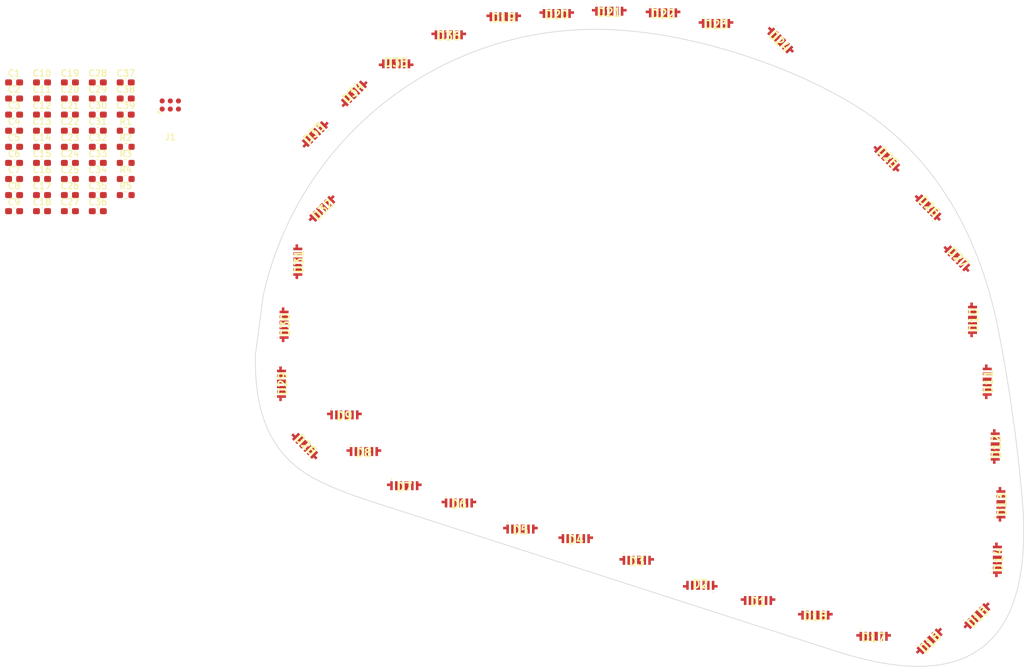
<source format=kicad_pcb>
(kicad_pcb (version 20221018) (generator pcbnew)
  (layers (0 "F.Cu" signal) (31 "B.Cu" signal) (34 "B.Paste" user) (35 "F.Paste" user) (36 "B.SilkS" user "B.Silkscreen") (37 "F.SilkS" user "F.Silkscreen") (38 "B.Mask" user) (39 "F.Mask" user) (44 "Edge.Cuts" user))
  (net 0 "")
  (net 1 "+3.3V")
  (net 2 "GND")
  (net 3 "Net-(IC1-PA1_{slash}_NRST)")
  (net 4 "+5V")
  (net 6 "Net-(IC1-PA19_{slash}_SWDIO)")
  (net 7 "Net-(IC1-PA20_{slash}_A6_{slash}_SWCLK)")
  (net 9 "Net-(IC1-PA0)")
  (net 10 "Net-(D1-DIN)")
  (net 11 "Net-(U2-NC{slash}FB)")
  (net 13 "Net-(D1-DOUT)")
  (net 15 "Net-(D2-DOUT)")
  (net 17 "Net-(D3-DOUT)")
  (net 19 "Net-(D4-DOUT)")
  (net 21 "Net-(D5-DOUT)")
  (net 22 "Net-(D10-DOUT)")
  (net 24 "Net-(D6-DOUT)")
  (net 26 "Net-(D7-DOUT)")
  (net 28 "Net-(D11-DIN)")
  (net 30 "Net-(D10-DIN)")
  (net 33 "Net-(D11-DOUT)")
  (net 35 "Net-(D12-DOUT)")
  (net 37 "Net-(D13-DOUT)")
  (net 39 "Net-(D14-DOUT)")
  (net 41 "Net-(D15-DOUT)")
  (net 43 "Net-(D16-DOUT)")
  (net 45 "Net-(D17-DOUT)")
  (net 47 "Net-(D18-DOUT)")
  (net 49 "Net-(D19-DOUT)")
  (net 51 "Net-(D20-DOUT)")
  (net 52 "Net-(D20-DIN)")
  (net 54 "Net-(D21-DOUT)")
  (net 55 "Net-(D21-DIN)")
  (net 57 "Net-(D22-DOUT)")
  (net 59 "Net-(D23-DOUT)")
  (net 61 "Net-(D24-DOUT)")
  (net 63 "Net-(D25-DOUT)")
  (net 65 "Net-(D26-DOUT)")
  (net 67 "Net-(D27-DOUT)")
  (net 69 "Net-(D28-DOUT)")
  (net 71 "Net-(D29-DOUT)")
  (net 73 "Net-(D30-DOUT)")
  (net 75 "Net-(D31-DOUT)")
  (net 77 "Net-(D32-DOUT)")
  (net 79 "Net-(D33-DOUT)")
  (footprint "IN-PI4818QAS5R5G5BPW:INPI4818QAS5R5G5BPW" (layer "F.Cu") (at 120.63 32.812)
    (fp_text reference "D20" (at 0 -0.1) (layer "F.SilkS") (effects (font (size 1.27 1.27) (thickness 0.254))))
    (fp_text value "~" hide)
    (pad "1" smd rect (at -2 -0.3) (size 0.4 1.4) (layers "F.Cu" "F.Paste" "F.Mask") (net 4 "+5V"))
    (pad "2" smd rect (at -1.25 -0.3) (size 0.4 1.4) (layers "F.Cu" "F.Paste" "F.Mask"))
    (pad "3" smd rect (at -0.525 -0.3) (size 0.35 1.4) (layers "F.Cu" "F.Paste" "F.Mask") (net 51 "Net-(D20-DOUT)"))
    (pad "4" smd rect (at 0.35 -0.3) (size 0.6 1.4) (layers "F.Cu" "F.Paste" "F.Mask") (net 2 "GND"))
    (pad "5" smd rect (at 1.25 -0.3) (size 0.4 1.4) (layers "F.Cu" "F.Paste" "F.Mask") (net 4 "+5V"))
    (pad "6" smd rect (at 2 -0.3) (size 0.4 1.4) (layers "F.Cu" "F.Paste" "F.Mask") (net 52 "Net-(D20-DIN)"))
    (pad "7" smd rect (at 2.45 -0.45 90) (size 0.4 0.5) (layers "F.Cu" "F.Paste" "F.Mask"))
    (pad "8" smd rect (at -2.45 -0.45 90) (size 0.4 0.5) (layers "F.Cu" "F.Paste" "F.Mask"))
  )
  (footprint "IN-PI4818QAS5R5G5BPW:INPI4818QAS5R5G5BPW" (layer "F.Cu") (at 81.612619 99.730355 135)
    (fp_text reference "D28" (at 0 -0.1 135) (layer "F.SilkS") (effects (font (size 1.27 1.27) (thickness 0.254))))
    (fp_text value "~" hide)
    (pad "1" smd rect (at -2 -0.3 135) (size 0.4 1.4) (layers "F.Cu" "F.Paste" "F.Mask") (net 4 "+5V"))
    (pad "2" smd rect (at -1.25 -0.3 135) (size 0.4 1.4) (layers "F.Cu" "F.Paste" "F.Mask"))
    (pad "3" smd rect (at -0.525 -0.3 135) (size 0.35 1.4) (layers "F.Cu" "F.Paste" "F.Mask") (net 69 "Net-(D28-DOUT)"))
    (pad "4" smd rect (at 0.35 -0.3 135) (size 0.6 1.4) (layers "F.Cu" "F.Paste" "F.Mask") (net 2 "GND"))
    (pad "5" smd rect (at 1.25 -0.3 135) (size 0.4 1.4) (layers "F.Cu" "F.Paste" "F.Mask") (net 4 "+5V"))
    (pad "6" smd rect (at 2 -0.3 135) (size 0.4 1.4) (layers "F.Cu" "F.Paste" "F.Mask") (net 63 "Net-(D25-DOUT)"))
    (pad "7" smd rect (at 2.45 -0.45 225) (size 0.4 0.5) (layers "F.Cu" "F.Paste" "F.Mask"))
    (pad "8" smd rect (at -2.45 -0.45 225) (size 0.4 0.5) (layers "F.Cu" "F.Paste" "F.Mask"))
  )
  (footprint "IN-PI4818QAS5R5G5BPW:INPI4818QAS5R5G5BPW" (layer "F.Cu") (at 84.291249 63.199016 45)
    (fp_text reference "D32" (at 0 -0.1 45) (layer "F.SilkS") (effects (font (size 1.27 1.27) (thickness 0.254))))
    (fp_text value "~" hide)
    (pad "1" smd rect (at -2 -0.3 45) (size 0.4 1.4) (layers "F.Cu" "F.Paste" "F.Mask") (net 4 "+5V"))
    (pad "2" smd rect (at -1.25 -0.3 45) (size 0.4 1.4) (layers "F.Cu" "F.Paste" "F.Mask"))
    (pad "3" smd rect (at -0.525 -0.3 45) (size 0.35 1.4) (layers "F.Cu" "F.Paste" "F.Mask") (net 77 "Net-(D32-DOUT)"))
    (pad "4" smd rect (at 0.35 -0.3 45) (size 0.6 1.4) (layers "F.Cu" "F.Paste" "F.Mask") (net 2 "GND"))
    (pad "5" smd rect (at 1.25 -0.3 45) (size 0.4 1.4) (layers "F.Cu" "F.Paste" "F.Mask") (net 4 "+5V"))
    (pad "6" smd rect (at 2 -0.3 45) (size 0.4 1.4) (layers "F.Cu" "F.Paste" "F.Mask") (net 71 "Net-(D29-DOUT)"))
    (pad "7" smd rect (at 2.45 -0.45 135) (size 0.4 0.5) (layers "F.Cu" "F.Paste" "F.Mask"))
    (pad "8" smd rect (at -2.45 -0.45 135) (size 0.4 0.5) (layers "F.Cu" "F.Paste" "F.Mask"))
  )
  (footprint "Capacitor_SMD:C_0603_1608Metric_Pad1.08x0.95mm_HandSolder" (layer "F.Cu") (at 44.7435 48.283)
    (fp_text reference "C21" (at 0 -1.43) (layer "F.SilkS"))
    (fp_text value "0.1uF")
    (pad "1" smd roundrect (at -0.8625 0) (size 1.075 0.95) (layers "F.Cu" "F.Paste" "F.Mask") (net 4 "+5V"))
    (pad "2" smd roundrect (at 0.8625 0) (size 1.075 0.95) (layers "F.Cu" "F.Paste" "F.Mask") (net 2 "GND"))
  )
  (footprint "IN-PI4818QAS5R5G5BPW:INPI4818QAS5R5G5BPW" (layer "F.Cu") (at 172.339 54.864 135)
    (fp_text reference "D25" (at 0 -0.1 135) (layer "F.SilkS") (effects (font (size 1.27 1.27) (thickness 0.254))))
    (fp_text value "~" hide)
    (pad "1" smd rect (at -2 -0.3 135) (size 0.4 1.4) (layers "F.Cu" "F.Paste" "F.Mask") (net 4 "+5V"))
    (pad "2" smd rect (at -1.25 -0.3 135) (size 0.4 1.4) (layers "F.Cu" "F.Paste" "F.Mask"))
    (pad "3" smd rect (at -0.525 -0.3 135) (size 0.35 1.4) (layers "F.Cu" "F.Paste" "F.Mask") (net 63 "Net-(D25-DOUT)"))
    (pad "4" smd rect (at 0.35 -0.3 135) (size 0.6 1.4) (layers "F.Cu" "F.Paste" "F.Mask") (net 2 "GND"))
    (pad "5" smd rect (at 1.25 -0.3 135) (size 0.4 1.4) (layers "F.Cu" "F.Paste" "F.Mask") (net 4 "+5V"))
    (pad "6" smd rect (at 2 -0.3 135) (size 0.4 1.4) (layers "F.Cu" "F.Paste" "F.Mask") (net 57 "Net-(D22-DOUT)"))
    (pad "7" smd rect (at 2.45 -0.45 225) (size 0.4 0.5) (layers "F.Cu" "F.Paste" "F.Mask"))
    (pad "8" smd rect (at -2.45 -0.45 225) (size 0.4 0.5) (layers "F.Cu" "F.Paste" "F.Mask"))
  )
  (footprint "Capacitor_SMD:C_0603_1608Metric_Pad1.08x0.95mm_HandSolder" (layer "F.Cu") (at 36.0435 58.323)
    (fp_text reference "C7" (at 0 -1.43) (layer "F.SilkS"))
    (fp_text value "0.1uF")
    (pad "1" smd roundrect (at -0.8625 0) (size 1.075 0.95) (layers "F.Cu" "F.Paste" "F.Mask") (net 4 "+5V"))
    (pad "2" smd roundrect (at 0.8625 0) (size 1.075 0.95) (layers "F.Cu" "F.Paste" "F.Mask") (net 2 "GND"))
  )
  (footprint "IN-PI4818QAS5R5G5BPW:INPI4818QAS5R5G5BPW" (layer "F.Cu") (at 186.376918 126.721346 45)
    (fp_text reference "D15" (at 0 -0.1 45) (layer "F.SilkS") (effects (font (size 1.27 1.27) (thickness 0.254))))
    (fp_text value "~" hide)
    (pad "1" smd rect (at -2 -0.3 45) (size 0.4 1.4) (layers "F.Cu" "F.Paste" "F.Mask") (net 4 "+5V"))
    (pad "2" smd rect (at -1.25 -0.3 45) (size 0.4 1.4) (layers "F.Cu" "F.Paste" "F.Mask"))
    (pad "3" smd rect (at -0.525 -0.3 45) (size 0.35 1.4) (layers "F.Cu" "F.Paste" "F.Mask") (net 41 "Net-(D15-DOUT)"))
    (pad "4" smd rect (at 0.35 -0.3 45) (size 0.6 1.4) (layers "F.Cu" "F.Paste" "F.Mask") (net 2 "GND"))
    (pad "5" smd rect (at 1.25 -0.3 45) (size 0.4 1.4) (layers "F.Cu" "F.Paste" "F.Mask") (net 4 "+5V"))
    (pad "6" smd rect (at 2 -0.3 45) (size 0.4 1.4) (layers "F.Cu" "F.Paste" "F.Mask") (net 39 "Net-(D14-DOUT)"))
    (pad "7" smd rect (at 2.45 -0.45 135) (size 0.4 0.5) (layers "F.Cu" "F.Paste" "F.Mask"))
    (pad "8" smd rect (at -2.45 -0.45 135) (size 0.4 0.5) (layers "F.Cu" "F.Paste" "F.Mask"))
  )
  (footprint "Capacitor_SMD:C_0603_1608Metric_Pad1.08x0.95mm_HandSolder" (layer "F.Cu") (at 49.0935 63.343)
    (fp_text reference "C36" (at 0 -1.43) (layer "F.SilkS"))
    (fp_text value "0.1uF")
    (pad "1" smd roundrect (at -0.8625 0) (size 1.075 0.95) (layers "F.Cu" "F.Paste" "F.Mask") (net 4 "+5V"))
    (pad "2" smd roundrect (at 0.8625 0) (size 1.075 0.95) (layers "F.Cu" "F.Paste" "F.Mask") (net 2 "GND"))
  )
  (footprint "Capacitor_SMD:C_0603_1608Metric_Pad1.08x0.95mm_HandSolder" (layer "F.Cu") (at 49.0935 43.263)
    (fp_text reference "C28" (at 0 -1.43) (layer "F.SilkS"))
    (fp_text value "0.1uF")
    (pad "1" smd roundrect (at -0.8625 0) (size 1.075 0.95) (layers "F.Cu" "F.Paste" "F.Mask") (net 4 "+5V"))
    (pad "2" smd roundrect (at 0.8625 0) (size 1.075 0.95) (layers "F.Cu" "F.Paste" "F.Mask") (net 2 "GND"))
  )
  (footprint "Capacitor_SMD:C_0603_1608Metric_Pad1.08x0.95mm_HandSolder" (layer "F.Cu") (at 44.7435 43.263)
    (fp_text reference "C19" (at 0 -1.43) (layer "F.SilkS"))
    (fp_text value "0.1uF")
    (pad "1" smd roundrect (at -0.8625 0) (size 1.075 0.95) (layers "F.Cu" "F.Paste" "F.Mask") (net 4 "+5V"))
    (pad "2" smd roundrect (at 0.8625 0) (size 1.075 0.95) (layers "F.Cu" "F.Paste" "F.Mask") (net 2 "GND"))
  )
  (footprint "IN-PI4818QAS5R5G5BPW:INPI4818QAS5R5G5BPW" (layer "F.Cu") (at 160.94 126.665)
    (fp_text reference "D18" (at 0 -0.1) (layer "F.SilkS") (effects (font (size 1.27 1.27) (thickness 0.254))))
    (fp_text value "~" hide)
    (pad "1" smd rect (at -2 -0.3) (size 0.4 1.4) (layers "F.Cu" "F.Paste" "F.Mask") (net 4 "+5V"))
    (pad "2" smd rect (at -1.25 -0.3) (size 0.4 1.4) (layers "F.Cu" "F.Paste" "F.Mask"))
    (pad "3" smd rect (at -0.525 -0.3) (size 0.35 1.4) (layers "F.Cu" "F.Paste" "F.Mask") (net 47 "Net-(D18-DOUT)"))
    (pad "4" smd rect (at 0.35 -0.3) (size 0.6 1.4) (layers "F.Cu" "F.Paste" "F.Mask") (net 2 "GND"))
    (pad "5" smd rect (at 1.25 -0.3) (size 0.4 1.4) (layers "F.Cu" "F.Paste" "F.Mask") (net 4 "+5V"))
    (pad "6" smd rect (at 2 -0.3) (size 0.4 1.4) (layers "F.Cu" "F.Paste" "F.Mask") (net 45 "Net-(D17-DOUT)"))
    (pad "7" smd rect (at 2.45 -0.45 90) (size 0.4 0.5) (layers "F.Cu" "F.Paste" "F.Mask"))
    (pad "8" smd rect (at -2.45 -0.45 90) (size 0.4 0.5) (layers "F.Cu" "F.Paste" "F.Mask"))
  )
  (footprint "IN-PI4818QAS5R5G5BPW:INPI4818QAS5R5G5BPW" (layer "F.Cu") (at 123.591 114.727)
    (fp_text reference "D4" (at 0 -0.1) (layer "F.SilkS") (effects (font (size 1.27 1.27) (thickness 0.254))))
    (fp_text value "~" hide)
    (pad "1" smd rect (at -2 -0.3) (size 0.4 1.4) (layers "F.Cu" "F.Paste" "F.Mask") (net 4 "+5V"))
    (pad "2" smd rect (at -1.25 -0.3) (size 0.4 1.4) (layers "F.Cu" "F.Paste" "F.Mask"))
    (pad "3" smd rect (at -0.525 -0.3) (size 0.35 1.4) (layers "F.Cu" "F.Paste" "F.Mask") (net 19 "Net-(D4-DOUT)"))
    (pad "4" smd rect (at 0.35 -0.3) (size 0.6 1.4) (layers "F.Cu" "F.Paste" "F.Mask") (net 2 "GND"))
    (pad "5" smd rect (at 1.25 -0.3) (size 0.4 1.4) (layers "F.Cu" "F.Paste" "F.Mask") (net 4 "+5V"))
    (pad "6" smd rect (at 2 -0.3) (size 0.4 1.4) (layers "F.Cu" "F.Paste" "F.Mask") (net 17 "Net-(D3-DOUT)"))
    (pad "7" smd rect (at 2.45 -0.45 90) (size 0.4 0.5) (layers "F.Cu" "F.Paste" "F.Mask"))
    (pad "8" smd rect (at -2.45 -0.45 90) (size 0.4 0.5) (layers "F.Cu" "F.Paste" "F.Mask"))
  )
  (footprint "IN-PI4818QAS5R5G5BPW:INPI4818QAS5R5G5BPW" (layer "F.Cu") (at 133.096 118.11)
    (fp_text reference "D3" (at 0 -0.1) (layer "F.SilkS") (effects (font (size 1.27 1.27) (thickness 0.254))))
    (fp_text value "~" hide)
    (pad "1" smd rect (at -2 -0.3) (size 0.4 1.4) (layers "F.Cu" "F.Paste" "F.Mask") (net 4 "+5V"))
    (pad "2" smd rect (at -1.25 -0.3) (size 0.4 1.4) (layers "F.Cu" "F.Paste" "F.Mask"))
    (pad "3" smd rect (at -0.525 -0.3) (size 0.35 1.4) (layers "F.Cu" "F.Paste" "F.Mask") (net 17 "Net-(D3-DOUT)"))
    (pad "4" smd rect (at 0.35 -0.3) (size 0.6 1.4) (layers "F.Cu" "F.Paste" "F.Mask") (net 2 "GND"))
    (pad "5" smd rect (at 1.25 -0.3) (size 0.4 1.4) (layers "F.Cu" "F.Paste" "F.Mask") (net 4 "+5V"))
    (pad "6" smd rect (at 2 -0.3) (size 0.4 1.4) (layers "F.Cu" "F.Paste" "F.Mask") (net 15 "Net-(D2-DOUT)"))
    (pad "7" smd rect (at 2.45 -0.45 90) (size 0.4 0.5) (layers "F.Cu" "F.Paste" "F.Mask"))
    (pad "8" smd rect (at -2.45 -0.45 90) (size 0.4 0.5) (layers "F.Cu" "F.Paste" "F.Mask"))
  )
  (footprint "IN-PI4818QAS5R5G5BPW:INPI4818QAS5R5G5BPW" (layer "F.Cu") (at 155.253082 36.932346 -45)
    (fp_text reference "D24" (at 0 -0.1 135) (layer "F.SilkS") (effects (font (size 1.27 1.27) (thickness 0.254))))
    (fp_text value "~" hide)
    (pad "1" smd rect (at -2 -0.3 315) (size 0.4 1.4) (layers "F.Cu" "F.Paste" "F.Mask") (net 4 "+5V"))
    (pad "2" smd rect (at -1.25 -0.3 315) (size 0.4 1.4) (layers "F.Cu" "F.Paste" "F.Mask"))
    (pad "3" smd rect (at -0.525 -0.3 315) (size 0.35 1.4) (layers "F.Cu" "F.Paste" "F.Mask") (net 61 "Net-(D24-DOUT)"))
    (pad "4" smd rect (at 0.35 -0.3 315) (size 0.6 1.4) (layers "F.Cu" "F.Paste" "F.Mask") (net 2 "GND"))
    (pad "5" smd rect (at 1.25 -0.3 315) (size 0.4 1.4) (layers "F.Cu" "F.Paste" "F.Mask") (net 4 "+5V"))
    (pad "6" smd rect (at 2 -0.3 315) (size 0.4 1.4) (layers "F.Cu" "F.Paste" "F.Mask") (net 54 "Net-(D21-DOUT)"))
    (pad "7" smd rect (at 2.45 -0.45 45) (size 0.4 0.5) (layers "F.Cu" "F.Paste" "F.Mask"))
    (pad "8" smd rect (at -2.45 -0.45 45) (size 0.4 0.5) (layers "F.Cu" "F.Paste" "F.Mask"))
  )
  (footprint "IN-PI4818QAS5R5G5BPW:INPI4818QAS5R5G5BPW" (layer "F.Cu") (at 88.797654 44.763082 -135)
    (fp_text reference "D34" (at 0 -0.1 45) (layer "F.SilkS") (effects (font (size 1.27 1.27) (thickness 0.254))))
    (fp_text value "~" hide)
    (pad "1" smd rect (at -2 -0.3 225) (size 0.4 1.4) (layers "F.Cu" "F.Paste" "F.Mask") (net 4 "+5V"))
    (pad "2" smd rect (at -1.25 -0.3 225) (size 0.4 1.4) (layers "F.Cu" "F.Paste" "F.Mask"))
    (pad "3" smd rect (at -0.525 -0.3 225) (size 0.35 1.4) (layers "F.Cu" "F.Paste" "F.Mask") (net 52 "Net-(D20-DIN)"))
    (pad "4" smd rect (at 0.35 -0.3 225) (size 0.6 1.4) (layers "F.Cu" "F.Paste" "F.Mask") (net 2 "GND"))
    (pad "5" smd rect (at 1.25 -0.3 225) (size 0.4 1.4) (layers "F.Cu" "F.Paste" "F.Mask") (net 4 "+5V"))
    (pad "6" smd rect (at 2 -0.3 225) (size 0.4 1.4) (layers "F.Cu" "F.Paste" "F.Mask") (net 75 "Net-(D31-DOUT)"))
    (pad "7" smd rect (at 2.45 -0.45 315) (size 0.4 0.5) (layers "F.Cu" "F.Paste" "F.Mask"))
    (pad "8" smd rect (at -2.45 -0.45 315) (size 0.4 0.5) (layers "F.Cu" "F.Paste" "F.Mask"))
  )
  (footprint "IN-PI4818QAS5R5G5BPW:INPI4818QAS5R5G5BPW" (layer "F.Cu") (at 151.999 124.379)
    (fp_text reference "D1" (at 0 -0.1) (layer "F.SilkS") (effects (font (size 1.27 1.27) (thickness 0.254))))
    (fp_text value "~" hide)
    (pad "1" smd rect (at -2 -0.3) (size 0.4 1.4) (layers "F.Cu" "F.Paste" "F.Mask") (net 4 "+5V"))
    (pad "2" smd rect (at -1.25 -0.3) (size 0.4 1.4) (layers "F.Cu" "F.Paste" "F.Mask"))
    (pad "3" smd rect (at -0.525 -0.3) (size 0.35 1.4) (layers "F.Cu" "F.Paste" "F.Mask") (net 13 "Net-(D1-DOUT)"))
    (pad "4" smd rect (at 0.35 -0.3) (size 0.6 1.4) (layers "F.Cu" "F.Paste" "F.Mask") (net 2 "GND"))
    (pad "5" smd rect (at 1.25 -0.3) (size 0.4 1.4) (layers "F.Cu" "F.Paste" "F.Mask") (net 4 "+5V"))
    (pad "6" smd rect (at 2 -0.3) (size 0.4 1.4) (layers "F.Cu" "F.Paste" "F.Mask") (net 10 "Net-(D1-DIN)"))
    (pad "7" smd rect (at 2.45 -0.45 90) (size 0.4 0.5) (layers "F.Cu" "F.Paste" "F.Mask"))
    (pad "8" smd rect (at -2.45 -0.45 90) (size 0.4 0.5) (layers "F.Cu" "F.Paste" "F.Mask"))
  )
  (footprint "Capacitor_SMD:C_0603_1608Metric_Pad1.08x0.95mm_HandSolder" (layer "F.Cu") (at 36.0435 45.773)
    (fp_text reference "C2" (at 0 -1.43) (layer "F.SilkS"))
    (fp_text value "0.1uF")
    (pad "1" smd roundrect (at -0.8625 0) (size 1.075 0.95) (layers "F.Cu" "F.Paste" "F.Mask") (net 1 "+3.3V"))
    (pad "2" smd roundrect (at 0.8625 0) (size 1.075 0.95) (layers "F.Cu" "F.Paste" "F.Mask") (net 2 "GND"))
  )
  (footprint "IN-PI4818QAS5R5G5BPW:INPI4818QAS5R5G5BPW" (layer "F.Cu") (at 190.165001 109.073 90)
    (fp_text reference "D13" (at 0 -0.1 90) (layer "F.SilkS") (effects (font (size 1.27 1.27) (thickness 0.254))))
    (fp_text value "~" hide)
    (pad "1" smd rect (at -2 -0.3 90) (size 0.4 1.4) (layers "F.Cu" "F.Paste" "F.Mask") (net 4 "+5V"))
    (pad "2" smd rect (at -1.25 -0.3 90) (size 0.4 1.4) (layers "F.Cu" "F.Paste" "F.Mask"))
    (pad "3" smd rect (at -0.525 -0.3 90) (size 0.35 1.4) (layers "F.Cu" "F.Paste" "F.Mask") (net 37 "Net-(D13-DOUT)"))
    (pad "4" smd rect (at 0.35 -0.3 90) (size 0.6 1.4) (layers "F.Cu" "F.Paste" "F.Mask") (net 2 "GND"))
    (pad "5" smd rect (at 1.25 -0.3 90) (size 0.4 1.4) (layers "F.Cu" "F.Paste" "F.Mask") (net 4 "+5V"))
    (pad "6" smd rect (at 2 -0.3 90) (size 0.4 1.4) (layers "F.Cu" "F.Paste" "F.Mask") (net 35 "Net-(D12-DOUT)"))
    (pad "7" smd rect (at 2.45 -0.45 180) (size 0.4 0.5) (layers "F.Cu" "F.Paste" "F.Mask"))
    (pad "8" smd rect (at -2.45 -0.45 180) (size 0.4 0.5) (layers "F.Cu" "F.Paste" "F.Mask"))
  )
  (footprint "Capacitor_SMD:C_0603_1608Metric_Pad1.08x0.95mm_HandSolder" (layer "F.Cu") (at 49.0935 55.813)
    (fp_text reference "C33" (at 0 -1.43) (layer "F.SilkS"))
    (fp_text value "0.1uF")
    (pad "1" smd roundrect (at -0.8625 0) (size 1.075 0.95) (layers "F.Cu" "F.Paste" "F.Mask") (net 4 "+5V"))
    (pad "2" smd roundrect (at 0.8625 0) (size 1.075 0.95) (layers "F.Cu" "F.Paste" "F.Mask") (net 2 "GND"))
  )
  (footprint "Capacitor_SMD:C_0603_1608Metric_Pad1.08x0.95mm_HandSolder" (layer "F.Cu") (at 49.0935 53.303)
    (fp_text reference "C32" (at 0 -1.43) (layer "F.SilkS"))
    (fp_text value "0.1uF")
    (pad "1" smd roundrect (at -0.8625 0) (size 1.075 0.95) (layers "F.Cu" "F.Paste" "F.Mask") (net 4 "+5V"))
    (pad "2" smd roundrect (at 0.8625 0) (size 1.075 0.95) (layers "F.Cu" "F.Paste" "F.Mask") (net 2 "GND"))
  )
  (footprint "Capacitor_SMD:C_0603_1608Metric_Pad1.08x0.95mm_HandSolder" (layer "F.Cu") (at 36.0435 60.833)
    (fp_text reference "C8" (at 0 -1.43) (layer "F.SilkS"))
    (fp_text value "0.1uF")
    (pad "1" smd roundrect (at -0.8625 0) (size 1.075 0.95) (layers "F.Cu" "F.Paste" "F.Mask") (net 4 "+5V"))
    (pad "2" smd roundrect (at 0.8625 0) (size 1.075 0.95) (layers "F.Cu" "F.Paste" "F.Mask") (net 2 "GND"))
  )
  (footprint "Capacitor_SMD:C_0603_1608Metric_Pad1.08x0.95mm_HandSolder" (layer "F.Cu") (at 49.0935 58.323)
    (fp_text reference "C34" (at 0 -1.43) (layer "F.SilkS"))
    (fp_text value "0.1uF")
    (pad "1" smd roundrect (at -0.8625 0) (size 1.075 0.95) (layers "F.Cu" "F.Paste" "F.Mask") (net 4 "+5V"))
    (pad "2" smd roundrect (at 0.8625 0) (size 1.075 0.95) (layers "F.Cu" "F.Paste" "F.Mask") (net 2 "GND"))
  )
  (footprint "Capacitor_SMD:C_0603_1608Metric_Pad1.08x0.95mm_HandSolder" (layer "F.Cu") (at 36.0435 50.793)
    (fp_text reference "C4" (at 0 -1.43) (layer "F.SilkS"))
    (fp_text value "0.1uF")
    (pad "1" smd roundrect (at -0.8625 0) (size 1.075 0.95) (layers "F.Cu" "F.Paste" "F.Mask") (net 4 "+5V"))
    (pad "2" smd roundrect (at 0.8625 0) (size 1.075 0.95) (layers "F.Cu" "F.Paste" "F.Mask") (net 2 "GND"))
  )
  (footprint "Resistor_SMD:R_0603_1608Metric_Pad0.98x0.95mm_HandSolder" (layer "F.Cu") (at 53.4435 55.813)
    (fp_text reference "R3" (at 0 -1.43) (layer "F.SilkS"))
    (fp_text value "500")
    (pad "1" smd roundrect (at -0.9125 0) (size 0.975 0.95) (layers "F.Cu" "F.Paste" "F.Mask") (net 9 "Net-(IC1-PA0)"))
    (pad "2" smd roundrect (at 0.9125 0) (size 0.975 0.95) (layers "F.Cu" "F.Paste" "F.Mask") (net 10 "Net-(D1-DIN)"))
  )
  (footprint "Capacitor_SMD:C_0603_1608Metric_Pad1.08x0.95mm_HandSolder" (layer "F.Cu") (at 53.4435 45.773)
    (fp_text reference "C38" (at 0 -1.43) (layer "F.SilkS"))
    (fp_text value "0.1uF")
    (pad "1" smd roundrect (at -0.8625 0) (size 1.075 0.95) (layers "F.Cu" "F.Paste" "F.Mask") (net 4 "+5V"))
    (pad "2" smd roundrect (at 0.8625 0) (size 1.075 0.95) (layers "F.Cu" "F.Paste" "F.Mask") (net 2 "GND"))
  )
  (footprint "Resistor_SMD:R_0603_1608Metric_Pad0.98x0.95mm_HandSolder" (layer "F.Cu") (at 53.4435 60.833)
    (fp_text reference "R5" (at 0 -1.43) (layer "F.SilkS"))
    (fp_text value "169K")
    (pad "1" smd roundrect (at -0.9125 0) (size 0.975 0.95) (layers "F.Cu" "F.Paste" "F.Mask") (net 11 "Net-(U2-NC{slash}FB)"))
    (pad "2" smd roundrect (at 0.9125 0) (size 0.975 0.95) (layers "F.Cu" "F.Paste" "F.Mask") (net 2 "GND"))
  )
  (footprint "Capacitor_SMD:C_0603_1608Metric_Pad1.08x0.95mm_HandSolder" (layer "F.Cu") (at 44.7435 53.303)
    (fp_text reference "C23" (at 0 -1.43) (layer "F.SilkS"))
    (fp_text value "0.1uF")
    (pad "1" smd roundrect (at -0.8625 0) (size 1.075 0.95) (layers "F.Cu" "F.Paste" "F.Mask") (net 4 "+5V"))
    (pad "2" smd roundrect (at 0.8625 0) (size 1.075 0.95) (layers "F.Cu" "F.Paste" "F.Mask") (net 2 "GND"))
  )
  (footprint "IN-PI4818QAS5R5G5BPW:INPI4818QAS5R5G5BPW" (layer "F.Cu") (at 80.564001 71.227 90)
    (fp_text reference "D31" (at 0 -0.1 90) (layer "F.SilkS") (effects (font (size 1.27 1.27) (thickness 0.254))))
    (fp_text value "~" hide)
    (pad "1" smd rect (at -2 -0.3 90) (size 0.4 1.4) (layers "F.Cu" "F.Paste" "F.Mask") (net 4 "+5V"))
    (pad "2" smd rect (at -1.25 -0.3 90) (size 0.4 1.4) (layers "F.Cu" "F.Paste" "F.Mask"))
    (pad "3" smd rect (at -0.525 -0.3 90) (size 0.35 1.4) (layers "F.Cu" "F.Paste" "F.Mask") (net 75 "Net-(D31-DOUT)"))
    (pad "4" smd rect (at 0.35 -0.3 90) (size 0.6 1.4) (layers "F.Cu" "F.Paste" "F.Mask") (net 2 "GND"))
    (pad "5" smd rect (at 1.25 -0.3 90) (size 0.4 1.4) (layers "F.Cu" "F.Paste" "F.Mask") (net 4 "+5V"))
    (pad "6" smd rect (at 2 -0.3 90) (size 0.4 1.4) (layers "F.Cu" "F.Paste" "F.Mask") (net 69 "Net-(D28-DOUT)"))
    (pad "7" smd rect (at 2.45 -0.45 180) (size 0.4 0.5) (layers "F.Cu" "F.Paste" "F.Mask"))
    (pad "8" smd rect (at -2.45 -0.45 180) (size 0.4 0.5) (layers "F.Cu" "F.Paste" "F.Mask"))
  )
  (footprint "Capacitor_SMD:C_0603_1608Metric_Pad1.08x0.95mm_HandSolder" (layer "F.Cu") (at 36.0435 55.813)
    (fp_text reference "C6" (at 0 -1.43) (layer "F.SilkS"))
    (fp_text value "0.1uF")
    (pad "1" smd roundrect (at -0.8625 0) (size 1.075 0.95) (layers "F.Cu" "F.Paste" "F.Mask") (net 4 "+5V"))
    (pad "2" smd roundrect (at 0.8625 0) (size 1.075 0.95) (layers "F.Cu" "F.Paste" "F.Mask") (net 2 "GND"))
  )
  (footprint "IN-PI4818QAS5R5G5BPW:INPI4818QAS5R5G5BPW" (layer "F.Cu") (at 105.373 109.162)
    (fp_text reference "D6" (at 0 -0.1) (layer "F.SilkS") (effects (font (size 1.27 1.27) (thickness 0.254))))
    (fp_text value "~" hide)
    (pad "1" smd rect (at -2 -0.3) (size 0.4 1.4) (layers "F.Cu" "F.Paste" "F.Mask") (net 4 "+5V"))
    (pad "2" smd rect (at -1.25 -0.3) (size 0.4 1.4) (layers "F.Cu" "F.Paste" "F.Mask"))
    (pad "3" smd rect (at -0.525 -0.3) (size 0.35 1.4) (layers "F.Cu" "F.Paste" "F.Mask") (net 24 "Net-(D6-DOUT)"))
    (pad "4" smd rect (at 0.35 -0.3) (size 0.6 1.4) (layers "F.Cu" "F.Paste" "F.Mask") (net 2 "GND"))
    (pad "5" smd rect (at 1.25 -0.3) (size 0.4 1.4) (layers "F.Cu" "F.Paste" "F.Mask") (net 4 "+5V"))
    (pad "6" smd rect (at 2 -0.3) (size 0.4 1.4) (layers "F.Cu" "F.Paste" "F.Mask") (net 21 "Net-(D5-DOUT)"))
    (pad "7" smd rect (at 2.45 -0.45 90) (size 0.4 0.5) (layers "F.Cu" "F.Paste" "F.Mask"))
    (pad "8" smd rect (at -2.45 -0.45 90) (size 0.4 0.5) (layers "F.Cu" "F.Paste" "F.Mask"))
  )
  (footprint "Capacitor_SMD:C_0603_1608Metric_Pad1.08x0.95mm_HandSolder" (layer "F.Cu") (at 44.7435 50.793)
    (fp_text reference "C22" (at 0 -1.43) (layer "F.SilkS"))
    (fp_text value "0.1uF")
    (pad "1" smd roundrect (at -0.8625 0) (size 1.075 0.95) (layers "F.Cu" "F.Paste" "F.Mask") (net 4 "+5V"))
    (pad "2" smd roundrect (at 0.8625 0) (size 1.075 0.95) (layers "F.Cu" "F.Paste" "F.Mask") (net 2 "GND"))
  )
  (footprint "Capacitor_SMD:C_0603_1608Metric_Pad1.08x0.95mm_HandSolder" (layer "F.Cu") (at 36.0435 53.303)
    (fp_text reference "C5" (at 0 -1.43) (layer "F.SilkS"))
    (fp_text value "0.1uF")
    (pad "1" smd roundrect (at -0.8625 0) (size 1.075 0.95) (layers "F.Cu" "F.Paste" "F.Mask") (net 4 "+5V"))
    (pad "2" smd roundrect (at 0.8625 0) (size 1.075 0.95) (layers "F.Cu" "F.Paste" "F.Mask") (net 2 "GND"))
  )
  (footprint "Capacitor_SMD:C_0603_1608Metric_Pad1.08x0.95mm_HandSolder" (layer "F.Cu") (at 40.3935 50.793)
    (fp_text reference "C13" (at 0 -1.43) (layer "F.SilkS"))
    (fp_text value "0.1uF")
    (pad "1" smd roundrect (at -0.8625 0) (size 1.075 0.95) (layers "F.Cu" "F.Paste" "F.Mask") (net 4 "+5V"))
    (pad "2" smd roundrect (at 0.8625 0) (size 1.075 0.95) (layers "F.Cu" "F.Paste" "F.Mask") (net 2 "GND"))
  )
  (footprint "IN-PI4818QAS5R5G5BPW:INPI4818QAS5R5G5BPW" (layer "F.Cu") (at 178.96161 130.665786 45)
    (fp_text reference "D16" (at 0 -0.1 45) (layer "F.SilkS") (effects (font (size 1.27 1.27) (thickness 0.254))))
    (fp_text value "~" hide)
    (pad "1" smd rect (at -2 -0.3 45) (size 0.4 1.4) (layers "F.Cu" "F.Paste" "F.Mask") (net 4 "+5V"))
    (pad "2" smd rect (at -1.25 -0.3 45) (size 0.4 1.4) (layers "F.Cu" "F.Paste" "F.Mask"))
    (pad "3" smd rect (at -0.525 -0.3 45) (size 0.35 1.4) (layers "F.Cu" "F.Paste" "F.Mask") (net 43 "Net-(D16-DOUT)"))
    (pad "4" smd rect (at 0.35 -0.3 45) (size 0.6 1.4) (layers "F.Cu" "F.Paste" "F.Mask") (net 2 "GND"))
    (pad "5" smd rect (at 1.25 -0.3 45) (size 0.4 1.4) (layers "F.Cu" "F.Paste" "F.Mask") (net 4 "+5V"))
    (pad "6" smd rect (at 2 -0.3 45) (size 0.4 1.4) (layers "F.Cu" "F.Paste" "F.Mask") (net 41 "Net-(D15-DOUT)"))
    (pad "7" smd rect (at 2.45 -0.45 135) (size 0.4 0.5) (layers "F.Cu" "F.Paste" "F.Mask"))
    (pad "8" smd rect (at -2.45 -0.45 135) (size 0.4 0.5) (layers "F.Cu" "F.Paste" "F.Mask"))
  )
  (footprint "IN-PI4818QAS5R5G5BPW:INPI4818QAS5R5G5BPW" (layer "F.Cu") (at 78.428 81.063001 90)
    (fp_text reference "D30" (at 0 -0.1 90) (layer "F.SilkS") (effects (font (size 1.27 1.27) (thickness 0.254))))
    (fp_text value "~" hide)
    (pad "1" smd rect (at -2 -0.3 90) (size 0.4 1.4) (layers "F.Cu" "F.Paste" "F.Mask") (net 4 "+5V"))
    (pad "2" smd rect (at -1.25 -0.3 90) (size 0.4 1.4) (layers "F.Cu" "F.Paste" "F.Mask"))
    (pad "3" smd rect (at -0.525 -0.3 90) (size 0.35 1.4) (layers "F.Cu" "F.Paste" "F.Mask") (net 73 "Net-(D30-DOUT)"))
    (pad "4" smd rect (at 0.35 -0.3 90) (size 0.6 1.4) (layers "F.Cu" "F.Paste" "F.Mask") (net 2 "GND"))
    (pad "5" smd rect (at 1.25 -0.3 90) (size 0.4 1.4) (layers "F.Cu" "F.Paste" "F.Mask") (net 4 "+5V"))
    (pad "6" smd rect (at 2 -0.3 90) (size 0.4 1.4) (layers "F.Cu" "F.Paste" "F.Mask") (net 67 "Net-(D27-DOUT)"))
    (pad "7" smd rect (at 2.45 -0.45 180) (size 0.4 0.5) (layers "F.Cu" "F.Paste" "F.Mask"))
    (pad "8" smd rect (at -2.45 -0.45 180) (size 0.4 0.5) (layers "F.Cu" "F.Paste" "F.Mask"))
  )
  (footprint "Capacitor_SMD:C_0603_1608Metric_Pad1.08x0.95mm_HandSolder" (layer "F.Cu") (at 40.3935 60.833)
    (fp_text reference "C17" (at 0 -1.43) (layer "F.SilkS"))
    (fp_text value "0.1uF")
    (pad "1" smd roundrect (at -0.8625 0) (size 1.075 0.95) (layers "F.Cu" "F.Paste" "F.Mask") (net 4 "+5V"))
    (pad "2" smd roundrect (at 0.8625 0) (size 1.075 0.95) (layers "F.Cu" "F.Paste" "F.Mask") (net 2 "GND"))
  )
  (footprint "IN-PI4818QAS5R5G5BPW:INPI4818QAS5R5G5BPW" (layer "F.Cu") (at 78.024 90.265001 90)
    (fp_text reference "D29" (at 0 -0.1 90) (layer "F.SilkS") (effects (font (size 1.27 1.27) (thickness 0.254))))
    (fp_text value "~" hide)
    (pad "1" smd rect (at -2 -0.3 90) (size 0.4 1.4) (layers "F.Cu" "F.Paste" "F.Mask") (net 4 "+5V"))
    (pad "2" smd rect (at -1.25 -0.3 90) (size 0.4 1.4) (layers "F.Cu" "F.Paste" "F.Mask"))
    (pad "3" smd rect (at -0.525 -0.3 90) (size 0.35 1.4) (layers "F.Cu" "F.Paste" "F.Mask") (net 71 "Net-(D29-DOUT)"))
    (pad "4" smd rect (at 0.35 -0.3 90) (size 0.6 1.4) (layers "F.Cu" "F.Paste" "F.Mask") (net 2 "GND"))
    (pad "5" smd rect (at 1.25 -0.3 90) (size 0.4 1.4) (layers "F.Cu" "F.Paste" "F.Mask") (net 4 "+5V"))
    (pad "6" smd rect (at 2 -0.3 90) (size 0.4 1.4) (layers "F.Cu" "F.Paste" "F.Mask") (net 65 "Net-(D26-DOUT)"))
    (pad "7" smd rect (at 2.45 -0.45 180) (size 0.4 0.5) (layers "F.Cu" "F.Paste" "F.Mask"))
    (pad "8" smd rect (at -2.45 -0.45 180) (size 0.4 0.5) (layers "F.Cu" "F.Paste" "F.Mask"))
  )
  (footprint "Capacitor_SMD:C_0603_1608Metric_Pad1.08x0.95mm_HandSolder" (layer "F.Cu") (at 40.3935 45.773)
    (fp_text reference "C11" (at 0 -1.43) (layer "F.SilkS"))
    (fp_text value "0.1uF")
    (pad "1" smd roundrect (at -0.8625 0) (size 1.075 0.95) (layers "F.Cu" "F.Paste" "F.Mask") (net 4 "+5V"))
    (pad "2" smd roundrect (at 0.8625 0) (size 1.075 0.95) (layers "F.Cu" "F.Paste" "F.Mask") (net 2 "GND"))
  )
  (footprint "Capacitor_SMD:C_0603_1608Metric_Pad1.08x0.95mm_HandSolder" (layer "F.Cu") (at 49.0935 60.833)
    (fp_text reference "C35" (at 0 -1.43) (layer "F.SilkS"))
    (fp_text value "0.1uF")
    (pad "1" smd roundrect (at -0.8625 0) (size 1.075 0.95) (layers "F.Cu" "F.Paste" "F.Mask") (net 4 "+5V"))
    (pad "2" smd roundrect (at 0.8625 0) (size 1.075 0.95) (layers "F.Cu" "F.Paste" "F.Mask") (net 2 "GND"))
  )
  (footprint "IN-PI4818QAS5R5G5BPW:INPI4818QAS5R5G5BPW" (layer "F.Cu") (at 137.197 32.708)
    (fp_text reference "D22" (at 0 -0.1) (layer "F.SilkS") (effects (font (size 1.27 1.27) (thickness 0.254))))
    (fp_text value "~" hide)
    (pad "1" smd rect (at -2 -0.3) (size 0.4 1.4) (layers "F.Cu" "F.Paste" "F.Mask") (net 4 "+5V"))
    (pad "2" smd rect (at -1.25 -0.3) (size 0.4 1.4) (layers "F.Cu" "F.Paste" "F.Mask"))
    (pad "3" smd rect (at -0.525 -0.3) (size 0.35 1.4) (layers "F.Cu" "F.Paste" "F.Mask") (net 57 "Net-(D22-DOUT)"))
    (pad "4" smd rect (at 0.35 -0.3) (size 0.6 1.4) (layers "F.Cu" "F.Paste" "F.Mask") (net 2 "GND"))
    (pad "5" smd rect (at 1.25 -0.3) (size 0.4 1.4) (layers "F.Cu" "F.Paste" "F.Mask") (net 4 "+5V"))
    (pad "6" smd rect (at 2 -0.3) (size 0.4 1.4) (layers "F.Cu" "F.Paste" "F.Mask") (net 49 "Net-(D19-DOUT)"))
    (pad "7" smd rect (at 2.45 -0.45 90) (size 0.4 0.5) (layers "F.Cu" "F.Paste" "F.Mask"))
    (pad "8" smd rect (at -2.45 -0.45 90) (size 0.4 0.5) (layers "F.Cu" "F.Paste" "F.Mask"))
  )
  (footprint "IN-PI4818QAS5R5G5BPW:INPI4818QAS5R5G5BPW" (layer "F.Cu") (at 183.261 70.485 135)
    (fp_text reference "D27" (at 0 -0.1 135) (layer "F.SilkS") (effects (font (size 1.27 1.27) (thickness 0.254))))
    (fp_text value "~" hide)
    (pad "1" smd rect (at -2 -0.3 135) (size 0.4 1.4) (layers "F.Cu" "F.Paste" "F.Mask") (net 4 "+5V"))
    (pad "2" smd rect (at -1.25 -0.3 135) (size 0.4 1.4) (layers "F.Cu" "F.Paste" "F.Mask"))
    (pad "3" smd rect (at -0.525 -0.3 135) (size 0.35 1.4) (layers "F.Cu" "F.Paste" "F.Mask") (net 67 "Net-(D27-DOUT)"))
    (pad "4" smd rect (at 0.35 -0.3 135) (size 0.6 1.4) (layers "F.Cu" "F.Paste" "F.Mask") (net 2 "GND"))
    (pad "5" smd rect (at 1.25 -0.3 135) (size 0.4 1.4) (layers "F.Cu" "F.Paste" "F.Mask") (net 4 "+5V"))
    (pad "6" smd rect (at 2 -0.3 135) (size 0.4 1.4) (layers "F.Cu" "F.Paste" "F.Mask") (net 61 "Net-(D24-DOUT)"))
    (pad "7" smd rect (at 2.45 -0.45 225) (size 0.4 0.5) (layers "F.Cu" "F.Paste" "F.Mask"))
    (pad "8" smd rect (at -2.45 -0.45 225) (size 0.4 0.5) (layers "F.Cu" "F.Paste" "F.Mask"))
  )
  (footprint "Capacitor_SMD:C_0603_1608Metric_Pad1.08x0.95mm_HandSolder" (layer "F.Cu") (at 44.7435 60.833)
    (fp_text reference "C26" (at 0 -1.43) (layer "F.SilkS"))
    (fp_text value "0.1uF")
    (pad "1" smd roundrect (at -0.8625 0) (size 1.075 0.95) (layers "F.Cu" "F.Paste" "F.Mask") (net 4 "+5V"))
    (pad "2" smd roundrect (at 0.8625 0) (size 1.075 0.95) (layers "F.Cu" "F.Paste" "F.Mask") (net 2 "GND"))
  )
  (footprint "Resistor_SMD:R_0603_1608Metric_Pad0.98x0.95mm_HandSolder" (layer "F.Cu") (at 53.4435 50.793)
    (fp_text reference "R1" (at 0 -1.43) (layer "F.SilkS"))
    (fp_text value "47K")
    (pad "1" smd roundrect (at -0.9125 0) (size 0.975 0.95) (layers "F.Cu" "F.Paste" "F.Mask") (net 1 "+3.3V"))
    (pad "2" smd roundrect (at 0.9125 0) (size 0.975 0.95) (layers "F.Cu" "F.Paste" "F.Mask") (net 3 "Net-(IC1-PA1_{slash}_NRST)"))
  )
  (footprint "IN-PI4818QAS5R5G5BPW:INPI4818QAS5R5G5BPW" (layer "F.Cu") (at 128.815 32.454)
    (fp_text reference "D21" (at 0 -0.1) (layer "F.SilkS") (effects (font (size 1.27 1.27) (thickness 0.254))))
    (fp_text value "~" hide)
    (pad "1" smd rect (at -2 -0.3) (size 0.4 1.4) (layers "F.Cu" "F.Paste" "F.Mask") (net 4 "+5V"))
    (pad "2" smd rect (at -1.25 -0.3) (size 0.4 1.4) (layers "F.Cu" "F.Paste" "F.Mask"))
    (pad "3" smd rect (at -0.525 -0.3) (size 0.35 1.4) (layers "F.Cu" "F.Paste" "F.Mask") (net 54 "Net-(D21-DOUT)"))
    (pad "4" smd rect (at 0.35 -0.3) (size 0.6 1.4) (layers "F.Cu" "F.Paste" "F.Mask") (net 2 "GND"))
    (pad "5" smd rect (at 1.25 -0.3) (size 0.4 1.4) (layers "F.Cu" "F.Paste" "F.Mask") (net 4 "+5V"))
    (pad "6" smd rect (at 2 -0.3) (size 0.4 1.4) (layers "F.Cu" "F.Paste" "F.Mask") (net 55 "Net-(D21-DIN)"))
    (pad "7" smd rect (at 2.45 -0.45 90) (size 0.4 0.5) (layers "F.Cu" "F.Paste" "F.Mask"))
    (pad "8" smd rect (at -2.45 -0.45 90) (size 0.4 0.5) (layers "F.Cu" "F.Paste" "F.Mask"))
  )
  (footprint "Capacitor_SMD:C_0603_1608Metric_Pad1.08x0.95mm_HandSolder" (layer "F.Cu") (at 49.0935 48.283)
    (fp_text reference "C30" (at 0 -1.43) (layer "F.SilkS"))
    (fp_text value "0.1uF")
    (pad "1" smd roundrect (at -0.8625 0) (size 1.075 0.95) (layers "F.Cu" "F.Paste" "F.Mask") (net 4 "+5V"))
    (pad "2" smd roundrect (at 0.8625 0) (size 1.075 0.95) (layers "F.Cu" "F.Paste" "F.Mask") (net 2 "GND"))
  )
  (footprint "Capacitor_SMD:C_0603_1608Metric_Pad1.08x0.95mm_HandSolder" (layer "F.Cu") (at 40.3935 43.263)
    (fp_text reference "C10" (at 0 -1.43) (layer "F.SilkS"))
    (fp_text value "0.1uF")
    (pad "1" smd roundrect (at -0.8625 0) (size 1.075 0.95) (layers "F.Cu" "F.Paste" "F.Mask") (net 4 "+5V"))
    (pad "2" smd roundrect (at 0.8625 0) (size 1.075 0.95) (layers "F.Cu" "F.Paste" "F.Mask") (net 2 "GND"))
  )
  (footprint "Capacitor_SMD:C_0603_1608Metric_Pad1.08x0.95mm_HandSolder" (layer "F.Cu") (at 40.3935 53.303)
    (fp_text reference "C14" (at 0 -1.43) (layer "F.SilkS"))
    (fp_text value "0.1uF")
    (pad "1" smd roundrect (at -0.8625 0) (size 1.075 0.95) (layers "F.Cu" "F.Paste" "F.Mask") (net 4 "+5V"))
    (pad "2" smd roundrect (at 0.8625 0) (size 1.075 0.95) (layers "F.Cu" "F.Paste" "F.Mask") (net 2 "GND"))
  )
  (footprint "Capacitor_SMD:C_0603_1608Metric_Pad1.08x0.95mm_HandSolder" (layer "F.Cu") (at 44.7435 55.813)
    (fp_text reference "C24" (at 0 -1.43) (layer "F.SilkS"))
    (fp_text value "0.1uF")
    (pad "1" smd roundrect (at -0.8625 0) (size 1.075 0.95) (layers "F.Cu" "F.Paste" "F.Mask") (net 4 "+5V"))
    (pad "2" smd roundrect (at 0.8625 0) (size 1.075 0.95) (layers "F.Cu" "F.Paste" "F.Mask") (net 2 "GND"))
  )
  (footprint "Capacitor_SMD:C_0603_1608Metric_Pad1.08x0.95mm_HandSolder" (layer "F.Cu") (at 40.3935 63.343)
    (fp_text reference "C18" (at 0 -1.43) (layer "F.SilkS"))
    (fp_text value "0.1uF")
    (pad "1" smd roundrect (at -0.8625 0) (size 1.075 0.95) (layers "F.Cu" "F.Paste" "F.Mask") (net 4 "+5V"))
    (pad "2" smd roundrect (at 0.8625 0) (size 1.075 0.95) (layers "F.Cu" "F.Paste" "F.Mask") (net 2 "GND"))
  )
  (footprint "Capacitor_SMD:C_0603_1608Metric_Pad1.08x0.95mm_HandSolder" (layer "F.Cu") (at 53.4435 43.263)
    (fp_text reference "C37" (at 0 -1.43) (layer "F.SilkS"))
    (fp_text value "0.1uF")
    (pad "1" smd roundrect (at -0.8625 0) (size 1.075 0.95) (layers "F.Cu" "F.Paste" "F.Mask") (net 4 "+5V"))
    (pad "2" smd roundrect (at 0.8625 0) (size 1.075 0.95) (layers "F.Cu" "F.Paste" "F.Mask") (net 2 "GND"))
  )
  (footprint "IN-PI4818QAS5R5G5BPW:INPI4818QAS5R5G5BPW" (layer "F.Cu") (at 87.534 95.423)
    (fp_text reference "D9" (at 0 -0.1) (layer "F.SilkS") (effects (font (size 1.27 1.27) (thickness 0.254))))
    (fp_text value "~" hide)
    (pad "1" smd rect (at -2 -0.3) (size 0.4 1.4) (layers "F.Cu" "F.Paste" "F.Mask") (net 4 "+5V"))
    (pad "2" smd rect (at -1.25 -0.3) (size 0.4 1.4) (layers "F.Cu" "F.Paste" "F.Mask"))
    (pad "3" smd rect (at -0.525 -0.3) (size 0.35 1.4) (layers "F.Cu" "F.Paste" "F.Mask") (net 30 "Net-(D10-DIN)"))
    (pad "4" smd rect (at 0.35 -0.3) (size 0.6 1.4) (layers "F.Cu" "F.Paste" "F.Mask") (net 2 "GND"))
    (pad "5" smd rect (at 1.25 -0.3) (size 0.4 1.4) (layers "F.Cu" "F.Paste" "F.Mask") (net 4 "+5V"))
    (pad "6" smd rect (at 2 -0.3) (size 0.4 1.4) (layers "F.Cu" "F.Paste" "F.Mask") (net 19 "Net-(D4-DOUT)"))
    (pad "7" smd rect (at 2.45 -0.45 90) (size 0.4 0.5) (layers "F.Cu" "F.Paste" "F.Mask"))
    (pad "8" smd rect (at -2.45 -0.45 90) (size 0.4 0.5) (layers "F.Cu" "F.Paste" "F.Mask"))
  )
  (footprint "Capacitor_SMD:C_0603_1608Metric_Pad1.08x0.95mm_HandSolder" (layer "F.Cu") (at 44.7435 45.773)
    (fp_text reference "C20" (at 0 -1.43) (layer "F.SilkS"))
    (fp_text value "0.1uF")
    (pad "1" smd roundrect (at -0.8625 0) (size 1.075 0.95) (layers "F.Cu" "F.Paste" "F.Mask") (net 4 "+5V"))
    (pad "2" smd roundrect (at 0.8625 0) (size 1.075 0.95) (layers "F.Cu" "F.Paste" "F.Mask") (net 2 "GND"))
  )
  (footprint "IN-PI4818QAS5R5G5BPW:INPI4818QAS5R5G5BPW" (layer "F.Cu") (at 103.796 36.137)
    (fp_text reference "D36" (at 0 -0.1) (layer "F.SilkS") (effects (font (size 1.27 1.27) (thickness 0.254))))
    (fp_text value "~" hide)
    (pad "1" smd rect (at -2 -0.3) (size 0.4 1.4) (layers "F.Cu" "F.Paste" "F.Mask") (net 4 "+5V"))
    (pad "2" smd rect (at -1.25 -0.3) (size 0.4 1.4) (layers "F.Cu" "F.Paste" "F.Mask"))
    (pad "3" smd rect (at -0.525 -0.3) (size 0.35 1.4) (layers "F.Cu" "F.Paste" "F.Mask"))
    (pad "4" smd rect (at 0.35 -0.3) (size 0.6 1.4) (layers "F.Cu" "F.Paste" "F.Mask") (net 2 "GND"))
    (pad "5" smd rect (at 1.25 -0.3) (size 0.4 1.4) (layers "F.Cu" "F.Paste" "F.Mask") (net 4 "+5V"))
    (pad "6" smd rect (at 2 -0.3) (size 0.4 1.4) (layers "F.Cu" "F.Paste" "F.Mask") (net 79 "Net-(D33-DOUT)"))
    (pad "7" smd rect (at 2.45 -0.45 90) (size 0.4 0.5) (layers "F.Cu" "F.Paste" "F.Mask"))
    (pad "8" smd rect (at -2.45 -0.45 90) (size 0.4 0.5) (layers "F.Cu" "F.Paste" "F.Mask"))
  )
  (footprint "IN-PI4818QAS5R5G5BPW:INPI4818QAS5R5G5BPW" (layer "F.Cu") (at 112.363 33.32)
    (fp_text reference "D19" (at 0 -0.1) (layer "F.SilkS") (effects (font (size 1.27 1.27) (thickness 0.254))))
    (fp_text value "~" hide)
    (pad "1" smd rect (at -2 -0.3) (size 0.4 1.4) (layers "F.Cu" "F.Paste" "F.Mask") (net 4 "+5V"))
    (pad "2" smd rect (at -1.25 -0.3) (size 0.4 1.4) (layers "F.Cu" "F.Paste" "F.Mask"))
    (pad "3" smd rect (at -0.525 -0.3) (size 0.35 1.4) (layers "F.Cu" "F.Paste" "F.Mask") (net 49 "Net-(D19-DOUT)"))
    (pad "4" smd rect (at 0.35 -0.3) (size 0.6 1.4) (layers "F.Cu" "F.Paste" "F.Mask") (net 2 "GND"))
    (pad "5" smd rect (at 1.25 -0.3) (size 0.4 1.4) (layers "F.Cu" "F.Paste" "F.Mask") (net 4 "+5V"))
    (pad "6" smd rect (at 2 -0.3) (size 0.4 1.4) (layers "F.Cu" "F.Paste" "F.Mask") (net 47 "Net-(D18-DOUT)"))
    (pad "7" smd rect (at 2.45 -0.45 90) (size 0.4 0.5) (layers "F.Cu" "F.Paste" "F.Mask"))
    (pad "8" smd rect (at -2.45 -0.45 90) (size 0.4 0.5) (layers "F.Cu" "F.Paste" "F.Mask"))
  )
  (footprint "Capacitor_SMD:C_0603_1608Metric_Pad1.08x0.95mm_HandSolder" (layer "F.Cu") (at 44.7435 58.323)
    (fp_text reference "C25" (at 0 -1.43) (layer "F.SilkS"))
    (fp_text value "0.1uF")
    (pad "1" smd roundrect (at -0.8625 0) (size 1.075 0.95) (layers "F.Cu" "F.Paste" "F.Mask") (net 4 "+5V"))
    (pad "2" smd roundrect (at 0.8625 0) (size 1.075 0.95) (layers "F.Cu" "F.Paste" "F.Mask") (net 2 "GND"))
  )
  (footprint "Capacitor_SMD:C_0603_1608Metric_Pad1.08x0.95mm_HandSolder" (layer "F.Cu") (at 40.3935 48.283)
    (fp_text reference "C12" (at 0 -1.43) (layer "F.SilkS"))
    (fp_text value "0.1uF")
    (pad "1" smd roundrect (at -0.8625 0) (size 1.075 0.95) (layers "F.Cu" "F.Paste" "F.Mask") (net 4 "+5V"))
    (pad "2" smd roundrect (at 0.8625 0) (size 1.075 0.95) (layers "F.Cu" "F.Paste" "F.Mask") (net 2 "GND"))
  )
  (footprint "IN-PI4818QAS5R5G5BPW:INPI4818QAS5R5G5BPW" (layer "F.Cu") (at 95.593999 40.063 180)
    (fp_text reference "D35" (at 0 -0.1) (layer "F.SilkS") (effects (font (size 1.27 1.27) (thickness 0.254))))
    (fp_text value "~" hide)
    (pad "1" smd rect (at -2 -0.3 180) (size 0.4 1.4) (layers "F.Cu" "F.Paste" "F.Mask") (net 4 "+5V"))
    (pad "2" smd rect (at -1.25 -0.3 180) (size 0.4 1.4) (layers "F.Cu" "F.Paste" "F.Mask"))
    (pad "3" smd rect (at -0.525 -0.3 180) (size 0.35 1.4) (layers "F.Cu" "F.Paste" "F.Mask") (net 55 "Net-(D21-DIN)"))
    (pad "4" smd rect (at 0.35 -0.3 180) (size 0.6 1.4) (layers "F.Cu" "F.Paste" "F.Mask") (net 2 "GND"))
    (pad "5" smd rect (at 1.25 -0.3 180) (size 0.4 1.4) (layers "F.Cu" "F.Paste" "F.Mask") (net 4 "+5V"))
    (pad "6" smd rect (at 2 -0.3 180) (size 0.4 1.4) (layers "F.Cu" "F.Paste" "F.Mask") (net 77 "Net-(D32-DOUT)"))
    (pad "7" smd rect (at 2.45 -0.45 270) (size 0.4 0.5) (layers "F.Cu" "F.Paste" "F.Mask"))
    (pad "8" smd rect (at -2.45 -0.45 270) (size 0.4 0.5) (layers "F.Cu" "F.Paste" "F.Mask"))
  )
  (footprint "IN-PI4818QAS5R5G5BPW:INPI4818QAS5R5G5BPW" (layer "F.Cu") (at 170.021 129.967)
    (fp_text reference "D17" (at 0 -0.1) (layer "F.SilkS") (effects (font (size 1.27 1.27) (thickness 0.254))))
    (fp_text value "~" hide)
    (pad "1" smd rect (at -2 -0.3) (size 0.4 1.4) (layers "F.Cu" "F.Paste" "F.Mask") (net 4 "+5V"))
    (pad "2" smd rect (at -1.25 -0.3) (size 0.4 1.4) (layers "F.Cu" "F.Paste" "F.Mask"))
    (pad "3" smd rect (at -0.525 -0.3) (size 0.35 1.4) (layers "F.Cu" "F.Paste" "F.Mask") (net 45 "Net-(D17-DOUT)"))
    (pad "4" smd rect (at 0.35 -0.3) (size 0.6 1.4) (layers "F.Cu" "F.Paste" "F.Mask") (net 2 "GND"))
    (pad "5" smd rect (at 1.25 -0.3) (size 0.4 1.4) (layers "F.Cu" "F.Paste" "F.Mask") (net 4 "+5V"))
    (pad "6" smd rect (at 2 -0.3) (size 0.4 1.4) (layers "F.Cu" "F.Paste" "F.Mask") (net 43 "Net-(D16-DOUT)"))
    (pad "7" smd rect (at 2.45 -0.45 90) (size 0.4 0.5) (layers "F.Cu" "F.Paste" "F.Mask"))
    (pad "8" smd rect (at -2.45 -0.45 90) (size 0.4 0.5) (layers "F.Cu" "F.Paste" "F.Mask"))
  )
  (footprint "Capacitor_SMD:C_0603_1608Metric_Pad1.08x0.95mm_HandSolder" (layer "F.Cu") (at 40.3935 58.323)
    (fp_text reference "C16" (at 0 -1.43) (layer "F.SilkS"))
    (fp_text value "0.1uF")
    (pad "1" smd roundrect (at -0.8625 0) (size 1.075 0.95) (layers "F.Cu" "F.Paste" "F.Mask") (net 4 "+5V"))
    (pad "2" smd roundrect (at 0.8625 0) (size 1.075 0.95) (layers "F.Cu" "F.Paste" "F.Mask") (net 2 "GND"))
  )
  (footprint "IN-PI4818QAS5R5G5BPW:INPI4818QAS5R5G5BPW" (layer "F.Cu") (at 189.276001 100.056 90)
    (fp_text reference "D12" (at 0 -0.1 90) (layer "F.SilkS") (effects (font (size 1.27 1.27) (thickness 0.254))))
    (fp_text value "~" hide)
    (pad "1" smd rect (at -2 -0.3 90) (size 0.4 1.4) (layers "F.Cu" "F.Paste" "F.Mask") (net 4 "+5V"))
    (pad "2" smd rect (at -1.25 -0.3 90) (size 0.4 1.4) (layers "F.Cu" "F.Paste" "F.Mask"))
    (pad "3" smd rect (at -0.525 -0.3 90) (size 0.35 1.4) (layers "F.Cu" "F.Paste" "F.Mask") (net 35 "Net-(D12-DOUT)"))
    (pad "4" smd rect (at 0.35 -0.3 90) (size 0.6 1.4) (layers "F.Cu" "F.Paste" "F.Mask") (net 2 "GND"))
    (pad "5" smd rect (at 1.25 -0.3 90) (size 0.4 1.4) (layers "F.Cu" "F.Paste" "F.Mask") (net 4 "+5V"))
    (pad "6" smd rect (at 2 -0.3 90) (size 0.4 1.4) (layers "F.Cu" "F.Paste" "F.Mask") (net 33 "Net-(D11-DOUT)"))
    (pad "7" smd rect (at 2.45 -0.45 180) (size 0.4 0.5) (layers "F.Cu" "F.Paste" "F.Mask"))
    (pad "8" smd rect (at -2.45 -0.45 180) (size 0.4 0.5) (layers "F.Cu" "F.Paste" "F.Mask"))
  )
  (footprint "Connector:Tag-Connect_TC2030-IDC-FP_2x03_P1.27mm_Vertical" (layer "F.Cu") (at 60.3935 46.783)
    (fp_text reference "J1" (at 0 5) (layer "F.SilkS"))
    (fp_text value "Conn_ARM_SWD_TagConnect_TC2030")
    (pad "" np_thru_hole circle (at -2.54 -2.54) (size 2.3749 2.3749) (drill 2.3749) (layers "*.Cu" "*.Mask"))
    (pad "" np_thru_hole circle (at -2.54 0) (size 0.9906 0.9906) (drill 0.9906) (layers "*.Cu" "*.Mask"))
    (pad "" np_thru_hole circle (at -2.54 2.54) (size 2.3749 2.3749) (drill 2.3749) (layers "*.Cu" "*.Mask"))
    (pad "" np_thru_hole circle (at 0.635 -2.54) (size 2.3749 2.3749) (drill 2.3749) (layers "*.Cu" "*.Mask"))
    (pad "" np_thru_hole circle (at 0.635 2.54) (size 2.3749 2.3749) (drill 2.3749) (layers "*.Cu" "*.Mask"))
    (pad "" np_thru_hole circle (at 2.54 -1.016) (size 0.9906 0.9906) (drill 0.9906) (layers "*.Cu" "*.Mask"))
    (pad "" np_thru_hole circle (at 2.54 1.016) (size 0.9906 0.9906) (drill 0.9906) (layers "*.Cu" "*.Mask"))
    (pad "1" connect circle (at -1.27 0.635) (size 0.7874 0.7874) (layers "F.Cu" "F.Mask"))
    (pad "2" connect circle (at -1.27 -0.635) (size 0.7874 0.7874) (layers "F.Cu" "F.Mask") (net 6 "Net-(IC1-PA19_{slash}_SWDIO)"))
    (pad "3" connect circle (at 0 0.635) (size 0.7874 0.7874) (layers "F.Cu" "F.Mask") (net 3 "Net-(IC1-PA1_{slash}_NRST)"))
    (pad "4" connect circle (at 0 -0.635) (size 0.7874 0.7874) (layers "F.Cu" "F.Mask") (net 7 "Net-(IC1-PA20_{slash}_A6_{slash}_SWCLK)"))
    (pad "5" connect circle (at 1.27 0.635) (size 0.7874 0.7874) (layers "F.Cu" "F.Mask") (net 2 "GND"))
    (pad "6" connect circle (at 1.27 -0.635) (size 0.7874 0.7874) (layers "F.Cu" "F.Mask"))
  )
  (footprint "IN-PI4818QAS5R5G5BPW:INPI4818QAS5R5G5BPW" (layer "F.Cu") (at 114.972 113.226)
    (fp_text reference "D5" (at 0 -0.1) (layer "F.SilkS") (effects (font (size 1.27 1.27) (thickness 0.254))))
    (fp_text value "~" hide)
    (pad "1" smd rect (at -2 -0.3) (size 0.4 1.4) (layers "F.Cu" "F.Paste" "F.Mask") (net 4 "+5V"))
    (pad "2" smd rect (at -1.25 -0.3) (size 0.4 1.4) (layers "F.Cu" "F.Paste" "F.Mask"))
    (pad "3" smd rect (at -0.525 -0.3) (size 0.35 1.4) (layers "F.Cu" "F.Paste" "F.Mask") (net 21 "Net-(D5-DOUT)"))
    (pad "4" smd rect (at 0.35 -0.3) (size 0.6 1.4) (layers "F.Cu" "F.Paste" "F.Mask") (net 2 "GND"))
    (pad "5" smd rect (at 1.25 -0.3) (size 0.4 1.4) (layers "F.Cu" "F.Paste" "F.Mask") (net 4 "+5V"))
    (pad "6" smd rect (at 2 -0.3) (size 0.4 1.4) (layers "F.Cu" "F.Paste" "F.Mask") (net 22 "Net-(D10-DOUT)"))
    (pad "7" smd rect (at 2.45 -0.45 90) (size 0.4 0.5) (layers "F.Cu" "F.Paste" "F.Mask"))
    (pad "8" smd rect (at -2.45 -0.45 90) (size 0.4 0.5) (layers "F.Cu" "F.Paste" "F.Mask"))
  )
  (footprint "Resistor_SMD:R_0603_1608Metric_Pad0.98x0.95mm_HandSolder" (layer "F.Cu") (at 53.4435 58.323)
    (fp_text reference "R4" (at 0 -1.43) (layer "F.SilkS"))
    (fp_text value "301K")
    (pad "1" smd roundrect (at -0.9125 0) (size 0.975 0.95) (layers "F.Cu" "F.Paste" "F.Mask") (net 11 "Net-(U2-NC{slash}FB)"))
    (pad "2" smd roundrect (at 0.9125 0) (size 0.975 0.95) (layers "F.Cu" "F.Paste" "F.Mask") (net 1 "+3.3V"))
  )
  (footprint "Capacitor_SMD:C_0603_1608Metric_Pad1.08x0.95mm_HandSolder" (layer "F.Cu") (at 36.0435 63.343)
    (fp_text reference "C9" (at 0 -1.43) (layer "F.SilkS"))
    (fp_text value "0.1uF")
    (pad "1" smd roundrect (at -0.8625 0) (size 1.075 0.95) (layers "F.Cu" "F.Paste" "F.Mask") (net 4 "+5V"))
    (pad "2" smd roundrect (at 0.8625 0) (size 1.075 0.95) (layers "F.Cu" "F.Paste" "F.Mask") (net 2 "GND"))
  )
  (footprint "IN-PI4818QAS5R5G5BPW:INPI4818QAS5R5G5BPW" (layer "F.Cu") (at 185.743 80.301001 90)
    (fp_text reference "D10" (at 0 -0.1 90) (layer "F.SilkS") (effects (font (size 1.27 1.27) (thickness 0.254))))
    (fp_text value "~" hide)
    (pad "1" smd rect (at -2 -0.3 90) (size 0.4 1.4) (layers "F.Cu" "F.Paste" "F.Mask") (net 4 "+5V"))
    (pad "2" smd rect (at -1.25 -0.3 90) (size 0.4 1.4) (layers "F.Cu" "F.Paste" "F.Mask"))
    (pad "3" smd rect (at -0.525 -0.3 90) (size 0.35 1.4) (layers "F.Cu" "F.Paste" "F.Mask") (net 22 "Net-(D10-DOUT)"))
    (pad "4" smd rect (at 0.35 -0.3 90) (size 0.6 1.4) (layers "F.Cu" "F.Paste" "F.Mask") (net 2 "GND"))
    (pad "5" smd rect (at 1.25 -0.3 90) (size 0.4 1.4) (layers "F.Cu" "F.Paste" "F.Mask") (net 4 "+5V"))
    (pad "6" smd rect (at 2 -0.3 90) (size 0.4 1.4) (layers "F.Cu" "F.Paste" "F.Mask") (net 30 "Net-(D10-DIN)"))
    (pad "7" smd rect (at 2.45 -0.45 180) (size 0.4 0.5) (layers "F.Cu" "F.Paste" "F.Mask"))
    (pad "8" smd rect (at -2.45 -0.45 180) (size 0.4 0.5) (layers "F.Cu" "F.Paste" "F.Mask"))
  )
  (footprint "IN-PI4818QAS5R5G5BPW:INPI4818QAS5R5G5BPW" (layer "F.Cu") (at 145.452001 34.359)
    (fp_text reference "D23" (at 0 -0.1) (layer "F.SilkS") (effects (font (size 1.27 1.27) (thickness 0.254))))
    (fp_text value "~" hide)
    (pad "1" smd rect (at -2 -0.3) (size 0.4 1.4) (layers "F.Cu" "F.Paste" "F.Mask") (net 4 "+5V"))
    (pad "2" smd rect (at -1.25 -0.3) (size 0.4 1.4) (layers "F.Cu" "F.Paste" "F.Mask"))
    (pad "3" smd rect (at -0.525 -0.3) (size 0.35 1.4) (layers "F.Cu" "F.Paste" "F.Mask") (net 59 "Net-(D23-DOUT)"))
    (pad "4" smd rect (at 0.35 -0.3) (size 0.6 1.4) (layers "F.Cu" "F.Paste" "F.Mask") (net 2 "GND"))
    (pad "5" smd rect (at 1.25 -0.3) (size 0.4 1.4) (layers "F.Cu" "F.Paste" "F.Mask") (net 4 "+5V"))
    (pad "6" smd rect (at 2 -0.3) (size 0.4 1.4) (layers "F.Cu" "F.Paste" "F.Mask") (net 51 "Net-(D20-DOUT)"))
    (pad "7" smd rect (at 2.45 -0.45 90) (size 0.4 0.5) (layers "F.Cu" "F.Paste" "F.Mask"))
    (pad "8" smd rect (at -2.45 -0.45 90) (size 0.4 0.5) (layers "F.Cu" "F.Paste" "F.Mask"))
  )
  (footprint "IN-PI4818QAS5R5G5BPW:INPI4818QAS5R5G5BPW" (layer "F.Cu") (at 188.029 89.953001 90)
    (fp_text reference "D11" (at 0 -0.1 90) (layer "F.SilkS") (effects (font (size 1.27 1.27) (thickness 0.254))))
    (fp_text value "~" hide)
    (pad "1" smd rect (at -2 -0.3 90) (size 0.4 1.4) (layers "F.Cu" "F.Paste" "F.Mask") (net 4 "+5V"))
    (pad "2" smd rect (at -1.25 -0.3 90) (size 0.4 1.4) (layers "F.Cu" "F.Paste" "F.Mask"))
    (pad "3" smd rect (at -0.525 -0.3 90) (size 0.35 1.4) (layers "F.Cu" "F.Paste" "F.Mask") (net 33 "Net-(D11-DOUT)"))
    (pad "4" smd rect (at 0.35 -0.3 90) (size 0.6 1.4) (layers "F.Cu" "F.Paste" "F.Mask") (net 2 "GND"))
    (pad "5" smd rect (at 1.25 -0.3 90) (size 0.4 1.4) (layers "F.Cu" "F.Paste" "F.Mask") (net 4 "+5V"))
    (pad "6" smd rect (at 2 -0.3 90) (size 0.4 1.4) (layers "F.Cu" "F.Paste" "F.Mask") (net 28 "Net-(D11-DIN)"))
    (pad "7" smd rect (at 2.45 -0.45 180) (size 0.4 0.5) (layers "F.Cu" "F.Paste" "F.Mask"))
    (pad "8" smd rect (at -2.45 -0.45 180) (size 0.4 0.5) (layers "F.Cu" "F.Paste" "F.Mask"))
  )
  (footprint "IN-PI4818QAS5R5G5BPW:INPI4818QAS5R5G5BPW" (layer "F.Cu") (at 178.769016 62.520751 135)
    (fp_text reference "D26" (at 0 -0.1 135) (layer "F.SilkS") (effects (font (size 1.27 1.27) (thickness 0.254))))
    (fp_text value "~" hide)
    (pad "1" smd rect (at -2 -0.3 135) (size 0.4 1.4) (layers "F.Cu" "F.Paste" "F.Mask") (net 4 "+5V"))
    (pad "2" smd rect (at -1.25 -0.3 135) (size 0.4 1.4) (layers "F.Cu" "F.Paste" "F.Mask"))
    (pad "3" smd rect (at -0.525 -0.3 135) (size 0.35 1.4) (layers "F.Cu" "F.Paste" "F.Mask") (net 65 "Net-(D26-DOUT)"))
    (pad "4" smd rect (at 0.35 -0.3 135) (size 0.6 1.4) (layers "F.Cu" "F.Paste" "F.Mask") (net 2 "GND"))
    (pad "5" smd rect (at 1.25 -0.3 135) (size 0.4 1.4) (layers "F.Cu" "F.Paste" "F.Mask") (net 4 "+5V"))
    (pad "6" smd rect (at 2 -0.3 135) (size 0.4 1.4) (layers "F.Cu" "F.Paste" "F.Mask") (net 59 "Net-(D23-DOUT)"))
    (pad "7" smd rect (at 2.45 -0.45 225) (size 0.4 0.5) (layers "F.Cu" "F.Paste" "F.Mask"))
    (pad "8" smd rect (at -2.45 -0.45 225) (size 0.4 0.5) (layers "F.Cu" "F.Paste" "F.Mask"))
  )
  (footprint "Capacitor_SMD:C_0603_1608Metric_Pad1.08x0.95mm_HandSolder" (layer "F.Cu") (at 49.0935 45.773)
    (fp_text reference "C29" (at 0 -1.43) (layer "F.SilkS"))
    (fp_text value "0.1uF")
    (pad "1" smd roundrect (at -0.8625 0) (size 1.075 0.95) (layers "F.Cu" "F.Paste" "F.Mask") (net 4 "+5V"))
    (pad "2" smd roundrect (at 0.8625 0) (size 1.075 0.95) (layers "F.Cu" "F.Paste" "F.Mask") (net 2 "GND"))
  )
  (footprint "IN-PI4818QAS5R5G5BPW:INPI4818QAS5R5G5BPW" (layer "F.Cu") (at 96.869 106.472)
    (fp_text reference "D7" (at 0 -0.1) (layer "F.SilkS") (effects (font (size 1.27 1.27) (thickness 0.254))))
    (fp_text value "~" hide)
    (pad "1" smd rect (at -2 -0.3) (size 0.4 1.4) (layers "F.Cu" "F.Paste" "F.Mask") (net 4 "+5V"))
    (pad "2" smd rect (at -1.25 -0.3) (size 0.4 1.4) (layers "F.Cu" "F.Paste" "F.Mask"))
    (pad "3" smd rect (at -0.525 -0.3) (size 0.35 1.4) (layers "F.Cu" "F.Paste" "F.Mask") (net 26 "Net-(D7-DOUT)"))
    (pad "4" smd rect (at 0.35 -0.3) (size 0.6 1.4) (layers "F.Cu" "F.Paste" "F.Mask") (net 2 "GND"))
    (pad "5" smd rect (at 1.25 -0.3) (size 0.4 1.4) (layers "F.Cu" "F.Paste" "F.Mask") (net 4 "+5V"))
    (pad "6" smd rect (at 2 -0.3) (size 0.4 1.4) (layers "F.Cu" "F.Paste" "F.Mask") (net 24 "Net-(D6-DOUT)"))
    (pad "7" smd rect (at 2.45 -0.45 90) (size 0.4 0.5) (layers "F.Cu" "F.Paste" "F.Mask"))
    (pad "8" smd rect (at -2.45 -0.45 90) (size 0.4 0.5) (layers "F.Cu" "F.Paste" "F.Mask"))
  )
  (footprint "IN-PI4818QAS5R5G5BPW:INPI4818QAS5R5G5BPW" (layer "F.Cu") (at 189.611 117.729 90)
    (fp_text reference "D14" (at 0 -0.1 90) (layer "F.SilkS") (effects (font (size 1.27 1.27) (thickness 0.254))))
    (fp_text value "~" hide)
    (pad "1" smd rect (at -2 -0.3 90) (size 0.4 1.4) (layers "F.Cu" "F.Paste" "F.Mask") (net 4 "+5V"))
    (pad "2" smd rect (at -1.25 -0.3 90) (size 0.4 1.4) (layers "F.Cu" "F.Paste" "F.Mask"))
    (pad "3" smd rect (at -0.525 -0.3 90) (size 0.35 1.4) (layers "F.Cu" "F.Paste" "F.Mask") (net 39 "Net-(D14-DOUT)"))
    (pad "4" smd rect (at 0.35 -0.3 90) (size 0.6 1.4) (layers "F.Cu" "F.Paste" "F.Mask") (net 2 "GND"))
    (pad "5" smd rect (at 1.25 -0.3 90) (size 0.4 1.4) (layers "F.Cu" "F.Paste" "F.Mask") (net 4 "+5V"))
    (pad "6" smd rect (at 2 -0.3 90) (size 0.4 1.4) (layers "F.Cu" "F.Paste" "F.Mask") (net 37 "Net-(D13-DOUT)"))
    (pad "7" smd rect (at 2.45 -0.45 180) (size 0.4 0.5) (layers "F.Cu" "F.Paste" "F.Mask"))
    (pad "8" smd rect (at -2.45 -0.45 180) (size 0.4 0.5) (layers "F.Cu" "F.Paste" "F.Mask"))
  )
  (footprint "IN-PI4818QAS5R5G5BPW:INPI4818QAS5R5G5BPW" (layer "F.Cu") (at 143.002 121.412 180)
    (fp_text reference "D2" (at 0 -0.1) (layer "F.SilkS") (effects (font (size 1.27 1.27) (thickness 0.254))))
    (fp_text value "~" hide)
    (pad "1" smd rect (at -2 -0.3 180) (size 0.4 1.4) (layers "F.Cu" "F.Paste" "F.Mask") (net 4 "+5V"))
    (pad "2" smd rect (at -1.25 -0.3 180) (size 0.4 1.4) (layers "F.Cu" "F.Paste" "F.Mask"))
    (pad "3" smd rect (at -0.525 -0.3 180) (size 0.35 1.4) (layers "F.Cu" "F.Paste" "F.Mask") (net 15 "Net-(D2-DOUT)"))
    (pad "4" smd rect (at 0.35 -0.3 180) (size 0.6 1.4) (layers "F.Cu" "F.Paste" "F.Mask") (net 2 "GND"))
    (pad "5" smd rect (at 1.25 -0.3 180) (size 0.4 1.4) (layers "F.Cu" "F.Paste" "F.Mask") (net 4 "+5V"))
    (pad "6" smd rect (at 2 -0.3 180) (size 0.4 1.4) (layers "F.Cu" "F.Paste" "F.Mask") (net 13 "Net-(D1-DOUT)"))
    (pad "7" smd rect (at 2.45 -0.45 270) (size 0.4 0.5) (layers "F.Cu" "F.Paste" "F.Mask"))
    (pad "8" smd rect (at -2.45 -0.45 270) (size 0.4 0.5) (layers "F.Cu" "F.Paste" "F.Mask"))
  )
  (footprint "Capacitor_SMD:C_0603_1608Metric_Pad1.08x0.95mm_HandSolder" (layer "F.Cu") (at 36.0435 48.283)
    (fp_text reference "C3" (at 0 -1.43) (layer "F.SilkS"))
    (fp_text value "10nF")
    (pad "1" smd roundrect (at -0.8625 0) (size 1.075 0.95) (layers "F.Cu" "F.Paste" "F.Mask") (net 3 "Net-(IC1-PA1_{slash}_NRST)"))
    (pad "2" smd roundrect (at 0.8625 0) (size 1.075 0.95) (layers "F.Cu" "F.Paste" "F.Mask") (net 2 "GND"))
  )
  (footprint "Capacitor_SMD:C_0603_1608Metric_Pad1.08x0.95mm_HandSolder" (layer "F.Cu") (at 49.0935 50.793)
    (fp_text reference "C31" (at 0 -1.43) (layer "F.SilkS"))
    (fp_text value "0.1uF")
    (pad "1" smd roundrect (at -0.8625 0) (size 1.075 0.95) (layers "F.Cu" "F.Paste" "F.Mask") (net 4 "+5V"))
    (pad "2" smd roundrect (at 0.8625 0) (size 1.075 0.95) (layers "F.Cu" "F.Paste" "F.Mask") (net 2 "GND"))
  )
  (footprint "IN-PI4818QAS5R5G5BPW:INPI4818QAS5R5G5BPW" (layer "F.Cu") (at 90.571 101.138)
    (fp_text reference "D8" (at 0 -0.1) (layer "F.SilkS") (effects (font (size 1.27 1.27) (thickness 0.254))))
    (fp_text value "~" hide)
    (pad "1" smd rect (at -2 -0.3) (size 0.4 1.4) (layers "F.Cu" "F.Paste" "F.Mask") (net 4 "+5V"))
    (pad "2" smd rect (at -1.25 -0.3) (size 0.4 1.4) (layers "F.Cu" "F.Paste" "F.Mask"))
    (pad "3" smd rect (at -0.525 -0.3) (size 0.35 1.4) (layers "F.Cu" "F.Paste" "F.Mask") (net 28 "Net-(D11-DIN)"))
    (pad "4" smd rect (at 0.35 -0.3) (size 0.6 1.4) (layers "F.Cu" "F.Paste" "F.Mask") (net 2 "GND"))
    (pad "5" smd rect (at 1.25 -0.3) (size 0.4 1.4) (layers "F.Cu" "F.Paste" "F.Mask") (net 4 "+5V"))
    (pad "6" smd rect (at 2 -0.3) (size 0.4 1.4) (layers "F.Cu" "F.Paste" "F.Mask") (net 26 "Net-(D7-DOUT)"))
    (pad "7" smd rect (at 2.45 -0.45 90) (size 0.4 0.5) (layers "F.Cu" "F.Paste" "F.Mask"))
    (pad "8" smd rect (at -2.45 -0.45 90) (size 0.4 0.5) (layers "F.Cu" "F.Paste" "F.Mask"))
  )
  (footprint "Capacitor_SMD:C_0603_1608Metric_Pad1.08x0.95mm_HandSolder" (layer "F.Cu") (at 36.0435 43.263)
    (fp_text reference "C1" (at 0 -1.43) (layer "F.SilkS"))
    (fp_text value "10uF")
    (pad "1" smd roundrect (at -0.8625 0) (size 1.075 0.95) (layers "F.Cu" "F.Paste" "F.Mask") (net 1 "+3.3V"))
    (pad "2" smd roundrect (at 0.8625 0) (size 1.075 0.95) (layers "F.Cu" "F.Paste" "F.Mask") (net 2 "GND"))
  )
  (footprint "Capacitor_SMD:C_0603_1608Metric_Pad1.08x0.95mm_HandSolder" (layer "F.Cu") (at 40.3935 55.813)
    (fp_text reference "C15" (at 0 -1.43) (layer "F.SilkS"))
    (fp_text value "0.1uF")
    (pad "1" smd roundrect (at -0.8625 0) (size 1.075 0.95) (layers "F.Cu" "F.Paste" "F.Mask") (net 4 "+5V"))
    (pad "2" smd roundrect (at 0.8625 0) (size 1.075 0.95) (layers "F.Cu" "F.Paste" "F.Mask") (net 2 "GND"))
  )
  (footprint "Resistor_SMD:R_0603_1608Metric_Pad0.98x0.95mm_HandSolder" (layer "F.Cu") (at 53.4435 53.303)
    (fp_text reference "R2" (at 0 -1.43) (layer "F.SilkS"))
    (fp_text value "2.2K")
    (pad "1" smd roundrect (at -0.9125 0) (size 0.975 0.95) (layers "F.Cu" "F.Paste" "F.Mask") (net 4 "+5V"))
    (pad "2" smd roundrect (at 0.9125 0) (size 0.975 0.95) (layers "F.Cu" "F.Paste" "F.Mask") (net 9 "Net-(IC1-PA0)"))
  )
  (footprint "Capacitor_SMD:C_0603_1608Metric_Pad1.08x0.95mm_HandSolder" (layer "F.Cu") (at 44.7435 63.343)
    (fp_text reference "C27" (at 0 -1.43) (layer "F.SilkS"))
    (fp_text value "0.1uF")
    (pad "1" smd roundrect (at -0.8625 0) (size 1.075 0.95) (layers "F.Cu" "F.Paste" "F.Mask") (net 4 "+5V"))
    (pad "2" smd roundrect (at 0.8625 0) (size 1.075 0.95) (layers "F.Cu" "F.Paste" "F.Mask") (net 2 "GND"))
  )
  (footprint "IN-PI4818QAS5R5G5BPW:INPI4818QAS5R5G5BPW" (layer "F.Cu") (at 82.712355 51.102381 -135)
    (fp_text reference "D33" (at 0 -0.1 45) (layer "F.SilkS") (effects (font (size 1.27 1.27) (thickness 0.254))))
    (fp_text value "~" hide)
    (pad "1" smd rect (at -2 -0.3 225) (size 0.4 1.4) (layers "F.Cu" "F.Paste" "F.Mask") (net 4 "+5V"))
    (pad "2" smd rect (at -1.25 -0.3 225) (size 0.4 1.4) (layers "F.Cu" "F.Paste" "F.Mask"))
    (pad "3" smd rect (at -0.525 -0.3 225) (size 0.35 1.4) (layers "F.Cu" "F.Paste" "F.Mask") (net 79 "Net-(D33-DOUT)"))
    (pad "4" smd rect (at 0.35 -0.3 225) (size 0.6 1.4) (layers "F.Cu" "F.Paste" "F.Mask") (net 2 "GND"))
    (pad "5" smd rect (at 1.25 -0.3 225) (size 0.4 1.4) (layers "F.Cu" "F.Paste" "F.Mask") (net 4 "+5V"))
    (pad "6" smd rect (at 2 -0.3 225) (size 0.4 1.4) (layers "F.Cu" "F.Paste" "F.Mask") (net 73 "Net-(D30-DOUT)"))
    (pad "7" smd rect (at 2.45 -0.45 315) (size 0.4 0.5) (layers "F.Cu" "F.Paste" "F.Mask"))
    (pad "8" smd rect (at -2.45 -0.45 315) (size 0.4 0.5) (layers "F.Cu" "F.Paste" "F.Mask"))
  )
  (footprint "Capacitor_SMD:C_0603_1608Metric_Pad1.08x0.95mm_HandSolder" (layer "F.Cu") (at 53.4435 48.283)
    (fp_text reference "C39" (at 0 -1.43) (layer "F.SilkS"))
    (fp_text value "0.1uF")
    (pad "1" smd roundrect (at -0.8625 0) (size 1.075 0.95) (layers "F.Cu" "F.Paste" "F.Mask") (net 4 "+5V"))
    (pad "2" smd roundrect (at 0.8625 0) (size 1.075 0.95) (layers "F.Cu" "F.Paste" "F.Mask") (net 2 "GND"))
  )
  (gr_curve (pts (xy 155.624122 41.142653) (xy 157.729642 41.986268) (xy 159.80283 42.90771) (xy 161.837885 43.920952)) (stroke (width 0.1)) (layer "Edge.Cuts"))
  (gr_curve (pts (xy 161.837885 43.920952) (xy 162.855411 44.427572) (xy 163.861749 44.956338) (xy 164.852341 45.507806)) (stroke (width 0.1)) (layer "Edge.Cuts"))
  (gr_curve (pts (xy 89.758953 49.905123) (xy 91.517061 48.203835) (xy 93.383107 46.635999) (xy 95.35232 45.195723)) (stroke (width 0.1)) (layer "Edge.Cuts"))
  (gr_curve (pts (xy 129.41026 35.049067) (xy 131.657405 35.156791) (xy 133.885425 35.393) (xy 136.098426 35.730133)) (stroke (width 0.1)) (layer "Edge.Cuts"))
  (gr_curve (pts (xy 74.868493 76.556306) (xy 75.511176 73.6478) (xy 76.390702 70.812877) (xy 77.510473 68.052596)) (stroke (width 0.1)) (layer "Edge.Cuts"))
  (gr_curve (pts (xy 142.694878 37.027401) (xy 144.88028 37.549945) (xy 147.053142 38.156768) (xy 149.213945 38.844599)) (stroke (width 0.1)) (layer "Edge.Cuts"))
  (gr_curve (pts (xy 77.510473 68.052596) (xy 79.368432 63.470587) (xy 81.814675 59.252654) (xy 84.832191 55.388268)) (stroke (width 0.1)) (layer "Edge.Cuts"))
  (gr_curve (pts (xy 82.609221 104.927916) (xy 77.53494 102.064676) (xy 73.414958 97.018) (xy 73.656253 85.768038)) (stroke (width 0.1)) (layer "Edge.Cuts"))
  (gr_curve (pts (xy 118.926716 35.542952) (xy 120.148458 35.364856) (xy 121.37553 35.22958) (xy 122.607793 35.135959)) (stroke (width 0.1)) (layer "Edge.Cuts"))
  (gr_curve (pts (xy 99.961443 42.175667) (xy 100.493832 41.865161) (xy 101.03377 41.562888) (xy 101.576472 41.271542)) (stroke (width 0.1)) (layer "Edge.Cuts"))
  (gr_curve (pts (xy 152.441498 39.935843) (xy 153.510398 40.318791) (xy 154.571363 40.720846) (xy 155.624122 41.142653)) (stroke (width 0.1)) (layer "Edge.Cuts"))
  (gr_curve (pts (xy 193.145463 107.72905) (xy 195.881369 138.278461) (xy 176.952516 135.916936) (xy 165.023802 132.257488)) (stroke (width 0.1)) (layer "Edge.Cuts"))
  (gr_curve (pts (xy 166.067652 46.200616) (xy 180.072569 54.376869) (xy 186.748899 67.984338) (xy 189.48303 81.970812)) (stroke (width 0.1)) (layer "Edge.Cuts"))
  (gr_curve (pts (xy 101.576472 41.271542) (xy 103.74728 40.106161) (xy 105.977174 39.106493) (xy 108.262379 38.261939)) (stroke (width 0.1)) (layer "Edge.Cuts"))
  (gr_curve (pts (xy 89.40411 107.840783) (xy 88.008471 107.348939) (xy 86.626118 106.818841) (xy 85.272216 106.221011)) (stroke (width 0.1)) (layer "Edge.Cuts"))
  (gr_curve (pts (xy 164.852341 45.507806) (xy 165.259992 45.734748) (xy 165.665135 45.965622) (xy 166.067652 46.200616)) (stroke (width 0.1)) (layer "Edge.Cuts"))
  (gr_curve (pts (xy 165.023802 132.257488) (xy 164.395976 132.064886) (xy 163.787539 131.868688) (xy 163.179106 131.672489)) (stroke (width 0.1)) (layer "Edge.Cuts"))
  (gr_curve (pts (xy 122.607793 35.135959) (xy 124.896782 34.962558) (xy 127.163115 34.941342) (xy 129.41026 35.049067)) (stroke (width 0.1)) (layer "Edge.Cuts"))
  (gr_curve (pts (xy 149.213945 38.844599) (xy 150.294345 39.188515) (xy 151.372595 39.552896) (xy 152.441498 39.935843)) (stroke (width 0.1)) (layer "Edge.Cuts"))
  (gr_curve (pts (xy 84.832191 55.388268) (xy 85.209381 54.905221) (xy 85.595439 54.427662) (xy 85.990615 53.955745)) (stroke (width 0.1)) (layer "Edge.Cuts"))
  (gr_curve (pts (xy 115.287833 36.204568) (xy 116.487546 35.942448) (xy 117.704975 35.721051) (xy 118.926716 35.542952)) (stroke (width 0.1)) (layer "Edge.Cuts"))
  (gr_curve (pts (xy 85.990615 53.955745) (xy 86.385793 53.483829) (xy 86.790888 53.01668) (xy 87.203197 52.557707)) (stroke (width 0.1)) (layer "Edge.Cuts"))
  (gr_line (start 163.179106 131.672489) (end 93.616587 109.241202) (stroke (width 0.1)) (layer "Edge.Cuts"))
  (gr_line (start 74.868493 76.556306) (end 73.656253 85.768038) (stroke (width 0.1)) (layer "Edge.Cuts"))
  (gr_curve (pts (xy 95.35232 45.195723) (xy 96.82923 44.115517) (xy 98.364273 43.107185) (xy 99.961443 42.175667)) (stroke (width 0.1)) (layer "Edge.Cuts"))
  (gr_curve (pts (xy 85.272216 106.221011) (xy 84.366455 105.820542) (xy 83.477192 105.392205) (xy 82.609221 104.927916)) (stroke (width 0.1)) (layer "Edge.Cuts"))
  (gr_curve (pts (xy 136.098426 35.730133) (xy 138.311424 36.067269) (xy 140.509472 36.504858) (xy 142.694878 37.027401)) (stroke (width 0.1)) (layer "Edge.Cuts"))
  (gr_curve (pts (xy 108.262379 38.261939) (xy 110.547585 37.417384) (xy 112.88841 36.728808) (xy 115.287833 36.204568)) (stroke (width 0.1)) (layer "Edge.Cuts"))
  (gr_curve (pts (xy 87.203197 52.557707) (xy 88.027815 51.639758) (xy 88.8799 50.755766) (xy 89.758953 49.905123)) (stroke (width 0.1)) (layer "Edge.Cuts"))
  (gr_curve (pts (xy 93.616587 109.241202) (xy 92.208224 108.787078) (xy 90.799747 108.332628) (xy 89.40411 107.840783)) (stroke (width 0.1)) (layer "Edge.Cuts"))
  (gr_curve (pts (xy 189.48303 81.970812) (xy 191.149139 90.493577) (xy 192.370586 99.079565) (xy 193.145464 107.729048)) (stroke (width 0.1)) (layer "Edge.Cuts"))
)
</source>
